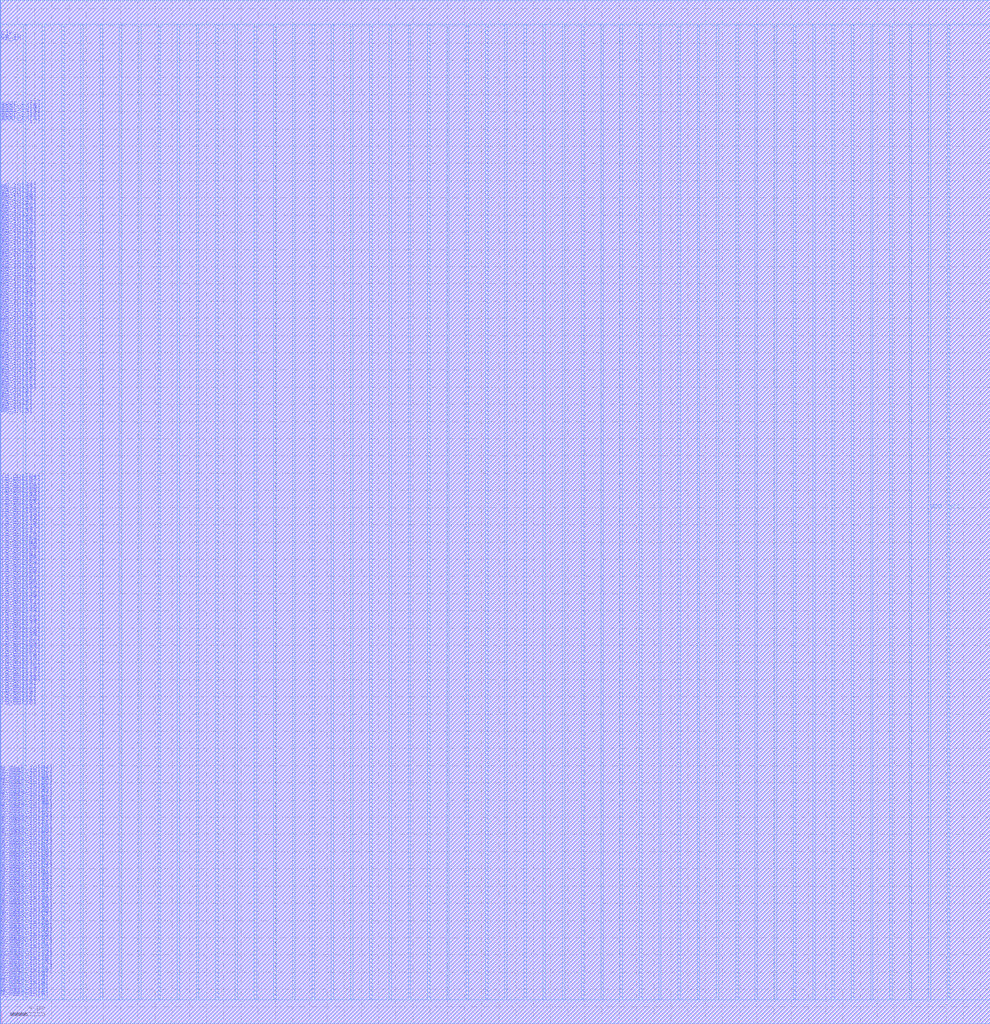
<source format=lef>
VERSION 5.7 ;
BUSBITCHARS "[]" ;
MACRO fakeram45_256x95
  FOREIGN fakeram45_256x95 0 0 ;
  SYMMETRY X Y R90 ;
  SIZE 0.19 BY 1.4 ;
  CLASS BLOCK ;
  PIN w_mask_in[0]
    DIRECTION INPUT ;
    USE SIGNAL ;
    SHAPE ABUTMENT ;
    PORT
      LAYER metal3 ;
      RECT 0.000 2.800 0.070 2.870 ;
    END
  END w_mask_in[0]
  PIN w_mask_in[1]
    DIRECTION INPUT ;
    USE SIGNAL ;
    SHAPE ABUTMENT ;
    PORT
      LAYER metal3 ;
      RECT 0.000 3.080 0.070 3.150 ;
    END
  END w_mask_in[1]
  PIN w_mask_in[2]
    DIRECTION INPUT ;
    USE SIGNAL ;
    SHAPE ABUTMENT ;
    PORT
      LAYER metal3 ;
      RECT 0.000 3.360 0.070 3.430 ;
    END
  END w_mask_in[2]
  PIN w_mask_in[3]
    DIRECTION INPUT ;
    USE SIGNAL ;
    SHAPE ABUTMENT ;
    PORT
      LAYER metal3 ;
      RECT 0.000 3.640 0.070 3.710 ;
    END
  END w_mask_in[3]
  PIN w_mask_in[4]
    DIRECTION INPUT ;
    USE SIGNAL ;
    SHAPE ABUTMENT ;
    PORT
      LAYER metal3 ;
      RECT 0.000 3.920 0.070 3.990 ;
    END
  END w_mask_in[4]
  PIN w_mask_in[5]
    DIRECTION INPUT ;
    USE SIGNAL ;
    SHAPE ABUTMENT ;
    PORT
      LAYER metal3 ;
      RECT 0.000 4.200 0.070 4.270 ;
    END
  END w_mask_in[5]
  PIN w_mask_in[6]
    DIRECTION INPUT ;
    USE SIGNAL ;
    SHAPE ABUTMENT ;
    PORT
      LAYER metal3 ;
      RECT 0.000 4.480 0.070 4.550 ;
    END
  END w_mask_in[6]
  PIN w_mask_in[7]
    DIRECTION INPUT ;
    USE SIGNAL ;
    SHAPE ABUTMENT ;
    PORT
      LAYER metal3 ;
      RECT 0.000 4.760 0.070 4.830 ;
    END
  END w_mask_in[7]
  PIN w_mask_in[8]
    DIRECTION INPUT ;
    USE SIGNAL ;
    SHAPE ABUTMENT ;
    PORT
      LAYER metal3 ;
      RECT 0.000 5.040 0.070 5.110 ;
    END
  END w_mask_in[8]
  PIN w_mask_in[9]
    DIRECTION INPUT ;
    USE SIGNAL ;
    SHAPE ABUTMENT ;
    PORT
      LAYER metal3 ;
      RECT 0.000 5.320 0.070 5.390 ;
    END
  END w_mask_in[9]
  PIN w_mask_in[10]
    DIRECTION INPUT ;
    USE SIGNAL ;
    SHAPE ABUTMENT ;
    PORT
      LAYER metal3 ;
      RECT 0.000 5.600 0.070 5.670 ;
    END
  END w_mask_in[10]
  PIN w_mask_in[11]
    DIRECTION INPUT ;
    USE SIGNAL ;
    SHAPE ABUTMENT ;
    PORT
      LAYER metal3 ;
      RECT 0.000 5.880 0.070 5.950 ;
    END
  END w_mask_in[11]
  PIN w_mask_in[12]
    DIRECTION INPUT ;
    USE SIGNAL ;
    SHAPE ABUTMENT ;
    PORT
      LAYER metal3 ;
      RECT 0.000 6.160 0.070 6.230 ;
    END
  END w_mask_in[12]
  PIN w_mask_in[13]
    DIRECTION INPUT ;
    USE SIGNAL ;
    SHAPE ABUTMENT ;
    PORT
      LAYER metal3 ;
      RECT 0.000 6.440 0.070 6.510 ;
    END
  END w_mask_in[13]
  PIN w_mask_in[14]
    DIRECTION INPUT ;
    USE SIGNAL ;
    SHAPE ABUTMENT ;
    PORT
      LAYER metal3 ;
      RECT 0.000 6.720 0.070 6.790 ;
    END
  END w_mask_in[14]
  PIN w_mask_in[15]
    DIRECTION INPUT ;
    USE SIGNAL ;
    SHAPE ABUTMENT ;
    PORT
      LAYER metal3 ;
      RECT 0.000 7.000 0.070 7.070 ;
    END
  END w_mask_in[15]
  PIN w_mask_in[16]
    DIRECTION INPUT ;
    USE SIGNAL ;
    SHAPE ABUTMENT ;
    PORT
      LAYER metal3 ;
      RECT 0.000 7.280 0.070 7.350 ;
    END
  END w_mask_in[16]
  PIN w_mask_in[17]
    DIRECTION INPUT ;
    USE SIGNAL ;
    SHAPE ABUTMENT ;
    PORT
      LAYER metal3 ;
      RECT 0.000 7.560 0.070 7.630 ;
    END
  END w_mask_in[17]
  PIN w_mask_in[18]
    DIRECTION INPUT ;
    USE SIGNAL ;
    SHAPE ABUTMENT ;
    PORT
      LAYER metal3 ;
      RECT 0.000 7.840 0.070 7.910 ;
    END
  END w_mask_in[18]
  PIN w_mask_in[19]
    DIRECTION INPUT ;
    USE SIGNAL ;
    SHAPE ABUTMENT ;
    PORT
      LAYER metal3 ;
      RECT 0.000 8.120 0.070 8.190 ;
    END
  END w_mask_in[19]
  PIN w_mask_in[20]
    DIRECTION INPUT ;
    USE SIGNAL ;
    SHAPE ABUTMENT ;
    PORT
      LAYER metal3 ;
      RECT 0.000 8.400 0.070 8.470 ;
    END
  END w_mask_in[20]
  PIN w_mask_in[21]
    DIRECTION INPUT ;
    USE SIGNAL ;
    SHAPE ABUTMENT ;
    PORT
      LAYER metal3 ;
      RECT 0.000 8.680 0.070 8.750 ;
    END
  END w_mask_in[21]
  PIN w_mask_in[22]
    DIRECTION INPUT ;
    USE SIGNAL ;
    SHAPE ABUTMENT ;
    PORT
      LAYER metal3 ;
      RECT 0.000 8.960 0.070 9.030 ;
    END
  END w_mask_in[22]
  PIN w_mask_in[23]
    DIRECTION INPUT ;
    USE SIGNAL ;
    SHAPE ABUTMENT ;
    PORT
      LAYER metal3 ;
      RECT 0.000 9.240 0.070 9.310 ;
    END
  END w_mask_in[23]
  PIN w_mask_in[24]
    DIRECTION INPUT ;
    USE SIGNAL ;
    SHAPE ABUTMENT ;
    PORT
      LAYER metal3 ;
      RECT 0.000 9.520 0.070 9.590 ;
    END
  END w_mask_in[24]
  PIN w_mask_in[25]
    DIRECTION INPUT ;
    USE SIGNAL ;
    SHAPE ABUTMENT ;
    PORT
      LAYER metal3 ;
      RECT 0.000 9.800 0.070 9.870 ;
    END
  END w_mask_in[25]
  PIN w_mask_in[26]
    DIRECTION INPUT ;
    USE SIGNAL ;
    SHAPE ABUTMENT ;
    PORT
      LAYER metal3 ;
      RECT 0.000 10.080 0.070 10.150 ;
    END
  END w_mask_in[26]
  PIN w_mask_in[27]
    DIRECTION INPUT ;
    USE SIGNAL ;
    SHAPE ABUTMENT ;
    PORT
      LAYER metal3 ;
      RECT 0.000 10.360 0.070 10.430 ;
    END
  END w_mask_in[27]
  PIN w_mask_in[28]
    DIRECTION INPUT ;
    USE SIGNAL ;
    SHAPE ABUTMENT ;
    PORT
      LAYER metal3 ;
      RECT 0.000 10.640 0.070 10.710 ;
    END
  END w_mask_in[28]
  PIN w_mask_in[29]
    DIRECTION INPUT ;
    USE SIGNAL ;
    SHAPE ABUTMENT ;
    PORT
      LAYER metal3 ;
      RECT 0.000 10.920 0.070 10.990 ;
    END
  END w_mask_in[29]
  PIN w_mask_in[30]
    DIRECTION INPUT ;
    USE SIGNAL ;
    SHAPE ABUTMENT ;
    PORT
      LAYER metal3 ;
      RECT 0.000 11.200 0.070 11.270 ;
    END
  END w_mask_in[30]
  PIN w_mask_in[31]
    DIRECTION INPUT ;
    USE SIGNAL ;
    SHAPE ABUTMENT ;
    PORT
      LAYER metal3 ;
      RECT 0.000 11.480 0.070 11.550 ;
    END
  END w_mask_in[31]
  PIN w_mask_in[32]
    DIRECTION INPUT ;
    USE SIGNAL ;
    SHAPE ABUTMENT ;
    PORT
      LAYER metal3 ;
      RECT 0.000 11.760 0.070 11.830 ;
    END
  END w_mask_in[32]
  PIN w_mask_in[33]
    DIRECTION INPUT ;
    USE SIGNAL ;
    SHAPE ABUTMENT ;
    PORT
      LAYER metal3 ;
      RECT 0.000 12.040 0.070 12.110 ;
    END
  END w_mask_in[33]
  PIN w_mask_in[34]
    DIRECTION INPUT ;
    USE SIGNAL ;
    SHAPE ABUTMENT ;
    PORT
      LAYER metal3 ;
      RECT 0.000 12.320 0.070 12.390 ;
    END
  END w_mask_in[34]
  PIN w_mask_in[35]
    DIRECTION INPUT ;
    USE SIGNAL ;
    SHAPE ABUTMENT ;
    PORT
      LAYER metal3 ;
      RECT 0.000 12.600 0.070 12.670 ;
    END
  END w_mask_in[35]
  PIN w_mask_in[36]
    DIRECTION INPUT ;
    USE SIGNAL ;
    SHAPE ABUTMENT ;
    PORT
      LAYER metal3 ;
      RECT 0.000 12.880 0.070 12.950 ;
    END
  END w_mask_in[36]
  PIN w_mask_in[37]
    DIRECTION INPUT ;
    USE SIGNAL ;
    SHAPE ABUTMENT ;
    PORT
      LAYER metal3 ;
      RECT 0.000 13.160 0.070 13.230 ;
    END
  END w_mask_in[37]
  PIN w_mask_in[38]
    DIRECTION INPUT ;
    USE SIGNAL ;
    SHAPE ABUTMENT ;
    PORT
      LAYER metal3 ;
      RECT 0.000 13.440 0.070 13.510 ;
    END
  END w_mask_in[38]
  PIN w_mask_in[39]
    DIRECTION INPUT ;
    USE SIGNAL ;
    SHAPE ABUTMENT ;
    PORT
      LAYER metal3 ;
      RECT 0.000 13.720 0.070 13.790 ;
    END
  END w_mask_in[39]
  PIN w_mask_in[40]
    DIRECTION INPUT ;
    USE SIGNAL ;
    SHAPE ABUTMENT ;
    PORT
      LAYER metal3 ;
      RECT 0.000 14.000 0.070 14.070 ;
    END
  END w_mask_in[40]
  PIN w_mask_in[41]
    DIRECTION INPUT ;
    USE SIGNAL ;
    SHAPE ABUTMENT ;
    PORT
      LAYER metal3 ;
      RECT 0.000 14.280 0.070 14.350 ;
    END
  END w_mask_in[41]
  PIN w_mask_in[42]
    DIRECTION INPUT ;
    USE SIGNAL ;
    SHAPE ABUTMENT ;
    PORT
      LAYER metal3 ;
      RECT 0.000 14.560 0.070 14.630 ;
    END
  END w_mask_in[42]
  PIN w_mask_in[43]
    DIRECTION INPUT ;
    USE SIGNAL ;
    SHAPE ABUTMENT ;
    PORT
      LAYER metal3 ;
      RECT 0.000 14.840 0.070 14.910 ;
    END
  END w_mask_in[43]
  PIN w_mask_in[44]
    DIRECTION INPUT ;
    USE SIGNAL ;
    SHAPE ABUTMENT ;
    PORT
      LAYER metal3 ;
      RECT 0.000 15.120 0.070 15.190 ;
    END
  END w_mask_in[44]
  PIN w_mask_in[45]
    DIRECTION INPUT ;
    USE SIGNAL ;
    SHAPE ABUTMENT ;
    PORT
      LAYER metal3 ;
      RECT 0.000 15.400 0.070 15.470 ;
    END
  END w_mask_in[45]
  PIN w_mask_in[46]
    DIRECTION INPUT ;
    USE SIGNAL ;
    SHAPE ABUTMENT ;
    PORT
      LAYER metal3 ;
      RECT 0.000 15.680 0.070 15.750 ;
    END
  END w_mask_in[46]
  PIN w_mask_in[47]
    DIRECTION INPUT ;
    USE SIGNAL ;
    SHAPE ABUTMENT ;
    PORT
      LAYER metal3 ;
      RECT 0.000 15.960 0.070 16.030 ;
    END
  END w_mask_in[47]
  PIN w_mask_in[48]
    DIRECTION INPUT ;
    USE SIGNAL ;
    SHAPE ABUTMENT ;
    PORT
      LAYER metal3 ;
      RECT 0.000 16.240 0.070 16.310 ;
    END
  END w_mask_in[48]
  PIN w_mask_in[49]
    DIRECTION INPUT ;
    USE SIGNAL ;
    SHAPE ABUTMENT ;
    PORT
      LAYER metal3 ;
      RECT 0.000 16.520 0.070 16.590 ;
    END
  END w_mask_in[49]
  PIN w_mask_in[50]
    DIRECTION INPUT ;
    USE SIGNAL ;
    SHAPE ABUTMENT ;
    PORT
      LAYER metal3 ;
      RECT 0.000 16.800 0.070 16.870 ;
    END
  END w_mask_in[50]
  PIN w_mask_in[51]
    DIRECTION INPUT ;
    USE SIGNAL ;
    SHAPE ABUTMENT ;
    PORT
      LAYER metal3 ;
      RECT 0.000 17.080 0.070 17.150 ;
    END
  END w_mask_in[51]
  PIN w_mask_in[52]
    DIRECTION INPUT ;
    USE SIGNAL ;
    SHAPE ABUTMENT ;
    PORT
      LAYER metal3 ;
      RECT 0.000 17.360 0.070 17.430 ;
    END
  END w_mask_in[52]
  PIN w_mask_in[53]
    DIRECTION INPUT ;
    USE SIGNAL ;
    SHAPE ABUTMENT ;
    PORT
      LAYER metal3 ;
      RECT 0.000 17.640 0.070 17.710 ;
    END
  END w_mask_in[53]
  PIN w_mask_in[54]
    DIRECTION INPUT ;
    USE SIGNAL ;
    SHAPE ABUTMENT ;
    PORT
      LAYER metal3 ;
      RECT 0.000 17.920 0.070 17.990 ;
    END
  END w_mask_in[54]
  PIN w_mask_in[55]
    DIRECTION INPUT ;
    USE SIGNAL ;
    SHAPE ABUTMENT ;
    PORT
      LAYER metal3 ;
      RECT 0.000 18.200 0.070 18.270 ;
    END
  END w_mask_in[55]
  PIN w_mask_in[56]
    DIRECTION INPUT ;
    USE SIGNAL ;
    SHAPE ABUTMENT ;
    PORT
      LAYER metal3 ;
      RECT 0.000 18.480 0.070 18.550 ;
    END
  END w_mask_in[56]
  PIN w_mask_in[57]
    DIRECTION INPUT ;
    USE SIGNAL ;
    SHAPE ABUTMENT ;
    PORT
      LAYER metal3 ;
      RECT 0.000 18.760 0.070 18.830 ;
    END
  END w_mask_in[57]
  PIN w_mask_in[58]
    DIRECTION INPUT ;
    USE SIGNAL ;
    SHAPE ABUTMENT ;
    PORT
      LAYER metal3 ;
      RECT 0.000 19.040 0.070 19.110 ;
    END
  END w_mask_in[58]
  PIN w_mask_in[59]
    DIRECTION INPUT ;
    USE SIGNAL ;
    SHAPE ABUTMENT ;
    PORT
      LAYER metal3 ;
      RECT 0.000 19.320 0.070 19.390 ;
    END
  END w_mask_in[59]
  PIN w_mask_in[60]
    DIRECTION INPUT ;
    USE SIGNAL ;
    SHAPE ABUTMENT ;
    PORT
      LAYER metal3 ;
      RECT 0.000 19.600 0.070 19.670 ;
    END
  END w_mask_in[60]
  PIN w_mask_in[61]
    DIRECTION INPUT ;
    USE SIGNAL ;
    SHAPE ABUTMENT ;
    PORT
      LAYER metal3 ;
      RECT 0.000 19.880 0.070 19.950 ;
    END
  END w_mask_in[61]
  PIN w_mask_in[62]
    DIRECTION INPUT ;
    USE SIGNAL ;
    SHAPE ABUTMENT ;
    PORT
      LAYER metal3 ;
      RECT 0.000 20.160 0.070 20.230 ;
    END
  END w_mask_in[62]
  PIN w_mask_in[63]
    DIRECTION INPUT ;
    USE SIGNAL ;
    SHAPE ABUTMENT ;
    PORT
      LAYER metal3 ;
      RECT 0.000 20.440 0.070 20.510 ;
    END
  END w_mask_in[63]
  PIN w_mask_in[64]
    DIRECTION INPUT ;
    USE SIGNAL ;
    SHAPE ABUTMENT ;
    PORT
      LAYER metal3 ;
      RECT 0.000 20.720 0.070 20.790 ;
    END
  END w_mask_in[64]
  PIN w_mask_in[65]
    DIRECTION INPUT ;
    USE SIGNAL ;
    SHAPE ABUTMENT ;
    PORT
      LAYER metal3 ;
      RECT 0.000 21.000 0.070 21.070 ;
    END
  END w_mask_in[65]
  PIN w_mask_in[66]
    DIRECTION INPUT ;
    USE SIGNAL ;
    SHAPE ABUTMENT ;
    PORT
      LAYER metal3 ;
      RECT 0.000 21.280 0.070 21.350 ;
    END
  END w_mask_in[66]
  PIN w_mask_in[67]
    DIRECTION INPUT ;
    USE SIGNAL ;
    SHAPE ABUTMENT ;
    PORT
      LAYER metal3 ;
      RECT 0.000 21.560 0.070 21.630 ;
    END
  END w_mask_in[67]
  PIN w_mask_in[68]
    DIRECTION INPUT ;
    USE SIGNAL ;
    SHAPE ABUTMENT ;
    PORT
      LAYER metal3 ;
      RECT 0.000 21.840 0.070 21.910 ;
    END
  END w_mask_in[68]
  PIN w_mask_in[69]
    DIRECTION INPUT ;
    USE SIGNAL ;
    SHAPE ABUTMENT ;
    PORT
      LAYER metal3 ;
      RECT 0.000 22.120 0.070 22.190 ;
    END
  END w_mask_in[69]
  PIN w_mask_in[70]
    DIRECTION INPUT ;
    USE SIGNAL ;
    SHAPE ABUTMENT ;
    PORT
      LAYER metal3 ;
      RECT 0.000 22.400 0.070 22.470 ;
    END
  END w_mask_in[70]
  PIN w_mask_in[71]
    DIRECTION INPUT ;
    USE SIGNAL ;
    SHAPE ABUTMENT ;
    PORT
      LAYER metal3 ;
      RECT 0.000 22.680 0.070 22.750 ;
    END
  END w_mask_in[71]
  PIN w_mask_in[72]
    DIRECTION INPUT ;
    USE SIGNAL ;
    SHAPE ABUTMENT ;
    PORT
      LAYER metal3 ;
      RECT 0.000 22.960 0.070 23.030 ;
    END
  END w_mask_in[72]
  PIN w_mask_in[73]
    DIRECTION INPUT ;
    USE SIGNAL ;
    SHAPE ABUTMENT ;
    PORT
      LAYER metal3 ;
      RECT 0.000 23.240 0.070 23.310 ;
    END
  END w_mask_in[73]
  PIN w_mask_in[74]
    DIRECTION INPUT ;
    USE SIGNAL ;
    SHAPE ABUTMENT ;
    PORT
      LAYER metal3 ;
      RECT 0.000 23.520 0.070 23.590 ;
    END
  END w_mask_in[74]
  PIN w_mask_in[75]
    DIRECTION INPUT ;
    USE SIGNAL ;
    SHAPE ABUTMENT ;
    PORT
      LAYER metal3 ;
      RECT 0.000 23.800 0.070 23.870 ;
    END
  END w_mask_in[75]
  PIN w_mask_in[76]
    DIRECTION INPUT ;
    USE SIGNAL ;
    SHAPE ABUTMENT ;
    PORT
      LAYER metal3 ;
      RECT 0.000 24.080 0.070 24.150 ;
    END
  END w_mask_in[76]
  PIN w_mask_in[77]
    DIRECTION INPUT ;
    USE SIGNAL ;
    SHAPE ABUTMENT ;
    PORT
      LAYER metal3 ;
      RECT 0.000 24.360 0.070 24.430 ;
    END
  END w_mask_in[77]
  PIN w_mask_in[78]
    DIRECTION INPUT ;
    USE SIGNAL ;
    SHAPE ABUTMENT ;
    PORT
      LAYER metal3 ;
      RECT 0.000 24.640 0.070 24.710 ;
    END
  END w_mask_in[78]
  PIN w_mask_in[79]
    DIRECTION INPUT ;
    USE SIGNAL ;
    SHAPE ABUTMENT ;
    PORT
      LAYER metal3 ;
      RECT 0.000 24.920 0.070 24.990 ;
    END
  END w_mask_in[79]
  PIN w_mask_in[80]
    DIRECTION INPUT ;
    USE SIGNAL ;
    SHAPE ABUTMENT ;
    PORT
      LAYER metal3 ;
      RECT 0.000 25.200 0.070 25.270 ;
    END
  END w_mask_in[80]
  PIN w_mask_in[81]
    DIRECTION INPUT ;
    USE SIGNAL ;
    SHAPE ABUTMENT ;
    PORT
      LAYER metal3 ;
      RECT 0.000 25.480 0.070 25.550 ;
    END
  END w_mask_in[81]
  PIN w_mask_in[82]
    DIRECTION INPUT ;
    USE SIGNAL ;
    SHAPE ABUTMENT ;
    PORT
      LAYER metal3 ;
      RECT 0.000 25.760 0.070 25.830 ;
    END
  END w_mask_in[82]
  PIN w_mask_in[83]
    DIRECTION INPUT ;
    USE SIGNAL ;
    SHAPE ABUTMENT ;
    PORT
      LAYER metal3 ;
      RECT 0.000 26.040 0.070 26.110 ;
    END
  END w_mask_in[83]
  PIN w_mask_in[84]
    DIRECTION INPUT ;
    USE SIGNAL ;
    SHAPE ABUTMENT ;
    PORT
      LAYER metal3 ;
      RECT 0.000 26.320 0.070 26.390 ;
    END
  END w_mask_in[84]
  PIN w_mask_in[85]
    DIRECTION INPUT ;
    USE SIGNAL ;
    SHAPE ABUTMENT ;
    PORT
      LAYER metal3 ;
      RECT 0.000 26.600 0.070 26.670 ;
    END
  END w_mask_in[85]
  PIN w_mask_in[86]
    DIRECTION INPUT ;
    USE SIGNAL ;
    SHAPE ABUTMENT ;
    PORT
      LAYER metal3 ;
      RECT 0.000 26.880 0.070 26.950 ;
    END
  END w_mask_in[86]
  PIN w_mask_in[87]
    DIRECTION INPUT ;
    USE SIGNAL ;
    SHAPE ABUTMENT ;
    PORT
      LAYER metal3 ;
      RECT 0.000 27.160 0.070 27.230 ;
    END
  END w_mask_in[87]
  PIN w_mask_in[88]
    DIRECTION INPUT ;
    USE SIGNAL ;
    SHAPE ABUTMENT ;
    PORT
      LAYER metal3 ;
      RECT 0.000 27.440 0.070 27.510 ;
    END
  END w_mask_in[88]
  PIN w_mask_in[89]
    DIRECTION INPUT ;
    USE SIGNAL ;
    SHAPE ABUTMENT ;
    PORT
      LAYER metal3 ;
      RECT 0.000 27.720 0.070 27.790 ;
    END
  END w_mask_in[89]
  PIN w_mask_in[90]
    DIRECTION INPUT ;
    USE SIGNAL ;
    SHAPE ABUTMENT ;
    PORT
      LAYER metal3 ;
      RECT 0.000 28.000 0.070 28.070 ;
    END
  END w_mask_in[90]
  PIN w_mask_in[91]
    DIRECTION INPUT ;
    USE SIGNAL ;
    SHAPE ABUTMENT ;
    PORT
      LAYER metal3 ;
      RECT 0.000 28.280 0.070 28.350 ;
    END
  END w_mask_in[91]
  PIN w_mask_in[92]
    DIRECTION INPUT ;
    USE SIGNAL ;
    SHAPE ABUTMENT ;
    PORT
      LAYER metal3 ;
      RECT 0.000 28.560 0.070 28.630 ;
    END
  END w_mask_in[92]
  PIN w_mask_in[93]
    DIRECTION INPUT ;
    USE SIGNAL ;
    SHAPE ABUTMENT ;
    PORT
      LAYER metal3 ;
      RECT 0.000 28.840 0.070 28.910 ;
    END
  END w_mask_in[93]
  PIN w_mask_in[94]
    DIRECTION INPUT ;
    USE SIGNAL ;
    SHAPE ABUTMENT ;
    PORT
      LAYER metal3 ;
      RECT 0.000 29.120 0.070 29.190 ;
    END
  END w_mask_in[94]
  PIN rd_out[0]
    DIRECTION OUTPUT ;
    USE SIGNAL ;
    SHAPE ABUTMENT ;
    PORT
      LAYER metal3 ;
      RECT 0.000 36.680 0.070 36.750 ;
    END
  END rd_out[0]
  PIN rd_out[1]
    DIRECTION OUTPUT ;
    USE SIGNAL ;
    SHAPE ABUTMENT ;
    PORT
      LAYER metal3 ;
      RECT 0.000 36.960 0.070 37.030 ;
    END
  END rd_out[1]
  PIN rd_out[2]
    DIRECTION OUTPUT ;
    USE SIGNAL ;
    SHAPE ABUTMENT ;
    PORT
      LAYER metal3 ;
      RECT 0.000 37.240 0.070 37.310 ;
    END
  END rd_out[2]
  PIN rd_out[3]
    DIRECTION OUTPUT ;
    USE SIGNAL ;
    SHAPE ABUTMENT ;
    PORT
      LAYER metal3 ;
      RECT 0.000 37.520 0.070 37.590 ;
    END
  END rd_out[3]
  PIN rd_out[4]
    DIRECTION OUTPUT ;
    USE SIGNAL ;
    SHAPE ABUTMENT ;
    PORT
      LAYER metal3 ;
      RECT 0.000 37.800 0.070 37.870 ;
    END
  END rd_out[4]
  PIN rd_out[5]
    DIRECTION OUTPUT ;
    USE SIGNAL ;
    SHAPE ABUTMENT ;
    PORT
      LAYER metal3 ;
      RECT 0.000 38.080 0.070 38.150 ;
    END
  END rd_out[5]
  PIN rd_out[6]
    DIRECTION OUTPUT ;
    USE SIGNAL ;
    SHAPE ABUTMENT ;
    PORT
      LAYER metal3 ;
      RECT 0.000 38.360 0.070 38.430 ;
    END
  END rd_out[6]
  PIN rd_out[7]
    DIRECTION OUTPUT ;
    USE SIGNAL ;
    SHAPE ABUTMENT ;
    PORT
      LAYER metal3 ;
      RECT 0.000 38.640 0.070 38.710 ;
    END
  END rd_out[7]
  PIN rd_out[8]
    DIRECTION OUTPUT ;
    USE SIGNAL ;
    SHAPE ABUTMENT ;
    PORT
      LAYER metal3 ;
      RECT 0.000 38.920 0.070 38.990 ;
    END
  END rd_out[8]
  PIN rd_out[9]
    DIRECTION OUTPUT ;
    USE SIGNAL ;
    SHAPE ABUTMENT ;
    PORT
      LAYER metal3 ;
      RECT 0.000 39.200 0.070 39.270 ;
    END
  END rd_out[9]
  PIN rd_out[10]
    DIRECTION OUTPUT ;
    USE SIGNAL ;
    SHAPE ABUTMENT ;
    PORT
      LAYER metal3 ;
      RECT 0.000 39.480 0.070 39.550 ;
    END
  END rd_out[10]
  PIN rd_out[11]
    DIRECTION OUTPUT ;
    USE SIGNAL ;
    SHAPE ABUTMENT ;
    PORT
      LAYER metal3 ;
      RECT 0.000 39.760 0.070 39.830 ;
    END
  END rd_out[11]
  PIN rd_out[12]
    DIRECTION OUTPUT ;
    USE SIGNAL ;
    SHAPE ABUTMENT ;
    PORT
      LAYER metal3 ;
      RECT 0.000 40.040 0.070 40.110 ;
    END
  END rd_out[12]
  PIN rd_out[13]
    DIRECTION OUTPUT ;
    USE SIGNAL ;
    SHAPE ABUTMENT ;
    PORT
      LAYER metal3 ;
      RECT 0.000 40.320 0.070 40.390 ;
    END
  END rd_out[13]
  PIN rd_out[14]
    DIRECTION OUTPUT ;
    USE SIGNAL ;
    SHAPE ABUTMENT ;
    PORT
      LAYER metal3 ;
      RECT 0.000 40.600 0.070 40.670 ;
    END
  END rd_out[14]
  PIN rd_out[15]
    DIRECTION OUTPUT ;
    USE SIGNAL ;
    SHAPE ABUTMENT ;
    PORT
      LAYER metal3 ;
      RECT 0.000 40.880 0.070 40.950 ;
    END
  END rd_out[15]
  PIN rd_out[16]
    DIRECTION OUTPUT ;
    USE SIGNAL ;
    SHAPE ABUTMENT ;
    PORT
      LAYER metal3 ;
      RECT 0.000 41.160 0.070 41.230 ;
    END
  END rd_out[16]
  PIN rd_out[17]
    DIRECTION OUTPUT ;
    USE SIGNAL ;
    SHAPE ABUTMENT ;
    PORT
      LAYER metal3 ;
      RECT 0.000 41.440 0.070 41.510 ;
    END
  END rd_out[17]
  PIN rd_out[18]
    DIRECTION OUTPUT ;
    USE SIGNAL ;
    SHAPE ABUTMENT ;
    PORT
      LAYER metal3 ;
      RECT 0.000 41.720 0.070 41.790 ;
    END
  END rd_out[18]
  PIN rd_out[19]
    DIRECTION OUTPUT ;
    USE SIGNAL ;
    SHAPE ABUTMENT ;
    PORT
      LAYER metal3 ;
      RECT 0.000 42.000 0.070 42.070 ;
    END
  END rd_out[19]
  PIN rd_out[20]
    DIRECTION OUTPUT ;
    USE SIGNAL ;
    SHAPE ABUTMENT ;
    PORT
      LAYER metal3 ;
      RECT 0.000 42.280 0.070 42.350 ;
    END
  END rd_out[20]
  PIN rd_out[21]
    DIRECTION OUTPUT ;
    USE SIGNAL ;
    SHAPE ABUTMENT ;
    PORT
      LAYER metal3 ;
      RECT 0.000 42.560 0.070 42.630 ;
    END
  END rd_out[21]
  PIN rd_out[22]
    DIRECTION OUTPUT ;
    USE SIGNAL ;
    SHAPE ABUTMENT ;
    PORT
      LAYER metal3 ;
      RECT 0.000 42.840 0.070 42.910 ;
    END
  END rd_out[22]
  PIN rd_out[23]
    DIRECTION OUTPUT ;
    USE SIGNAL ;
    SHAPE ABUTMENT ;
    PORT
      LAYER metal3 ;
      RECT 0.000 43.120 0.070 43.190 ;
    END
  END rd_out[23]
  PIN rd_out[24]
    DIRECTION OUTPUT ;
    USE SIGNAL ;
    SHAPE ABUTMENT ;
    PORT
      LAYER metal3 ;
      RECT 0.000 43.400 0.070 43.470 ;
    END
  END rd_out[24]
  PIN rd_out[25]
    DIRECTION OUTPUT ;
    USE SIGNAL ;
    SHAPE ABUTMENT ;
    PORT
      LAYER metal3 ;
      RECT 0.000 43.680 0.070 43.750 ;
    END
  END rd_out[25]
  PIN rd_out[26]
    DIRECTION OUTPUT ;
    USE SIGNAL ;
    SHAPE ABUTMENT ;
    PORT
      LAYER metal3 ;
      RECT 0.000 43.960 0.070 44.030 ;
    END
  END rd_out[26]
  PIN rd_out[27]
    DIRECTION OUTPUT ;
    USE SIGNAL ;
    SHAPE ABUTMENT ;
    PORT
      LAYER metal3 ;
      RECT 0.000 44.240 0.070 44.310 ;
    END
  END rd_out[27]
  PIN rd_out[28]
    DIRECTION OUTPUT ;
    USE SIGNAL ;
    SHAPE ABUTMENT ;
    PORT
      LAYER metal3 ;
      RECT 0.000 44.520 0.070 44.590 ;
    END
  END rd_out[28]
  PIN rd_out[29]
    DIRECTION OUTPUT ;
    USE SIGNAL ;
    SHAPE ABUTMENT ;
    PORT
      LAYER metal3 ;
      RECT 0.000 44.800 0.070 44.870 ;
    END
  END rd_out[29]
  PIN rd_out[30]
    DIRECTION OUTPUT ;
    USE SIGNAL ;
    SHAPE ABUTMENT ;
    PORT
      LAYER metal3 ;
      RECT 0.000 45.080 0.070 45.150 ;
    END
  END rd_out[30]
  PIN rd_out[31]
    DIRECTION OUTPUT ;
    USE SIGNAL ;
    SHAPE ABUTMENT ;
    PORT
      LAYER metal3 ;
      RECT 0.000 45.360 0.070 45.430 ;
    END
  END rd_out[31]
  PIN rd_out[32]
    DIRECTION OUTPUT ;
    USE SIGNAL ;
    SHAPE ABUTMENT ;
    PORT
      LAYER metal3 ;
      RECT 0.000 45.640 0.070 45.710 ;
    END
  END rd_out[32]
  PIN rd_out[33]
    DIRECTION OUTPUT ;
    USE SIGNAL ;
    SHAPE ABUTMENT ;
    PORT
      LAYER metal3 ;
      RECT 0.000 45.920 0.070 45.990 ;
    END
  END rd_out[33]
  PIN rd_out[34]
    DIRECTION OUTPUT ;
    USE SIGNAL ;
    SHAPE ABUTMENT ;
    PORT
      LAYER metal3 ;
      RECT 0.000 46.200 0.070 46.270 ;
    END
  END rd_out[34]
  PIN rd_out[35]
    DIRECTION OUTPUT ;
    USE SIGNAL ;
    SHAPE ABUTMENT ;
    PORT
      LAYER metal3 ;
      RECT 0.000 46.480 0.070 46.550 ;
    END
  END rd_out[35]
  PIN rd_out[36]
    DIRECTION OUTPUT ;
    USE SIGNAL ;
    SHAPE ABUTMENT ;
    PORT
      LAYER metal3 ;
      RECT 0.000 46.760 0.070 46.830 ;
    END
  END rd_out[36]
  PIN rd_out[37]
    DIRECTION OUTPUT ;
    USE SIGNAL ;
    SHAPE ABUTMENT ;
    PORT
      LAYER metal3 ;
      RECT 0.000 47.040 0.070 47.110 ;
    END
  END rd_out[37]
  PIN rd_out[38]
    DIRECTION OUTPUT ;
    USE SIGNAL ;
    SHAPE ABUTMENT ;
    PORT
      LAYER metal3 ;
      RECT 0.000 47.320 0.070 47.390 ;
    END
  END rd_out[38]
  PIN rd_out[39]
    DIRECTION OUTPUT ;
    USE SIGNAL ;
    SHAPE ABUTMENT ;
    PORT
      LAYER metal3 ;
      RECT 0.000 47.600 0.070 47.670 ;
    END
  END rd_out[39]
  PIN rd_out[40]
    DIRECTION OUTPUT ;
    USE SIGNAL ;
    SHAPE ABUTMENT ;
    PORT
      LAYER metal3 ;
      RECT 0.000 47.880 0.070 47.950 ;
    END
  END rd_out[40]
  PIN rd_out[41]
    DIRECTION OUTPUT ;
    USE SIGNAL ;
    SHAPE ABUTMENT ;
    PORT
      LAYER metal3 ;
      RECT 0.000 48.160 0.070 48.230 ;
    END
  END rd_out[41]
  PIN rd_out[42]
    DIRECTION OUTPUT ;
    USE SIGNAL ;
    SHAPE ABUTMENT ;
    PORT
      LAYER metal3 ;
      RECT 0.000 48.440 0.070 48.510 ;
    END
  END rd_out[42]
  PIN rd_out[43]
    DIRECTION OUTPUT ;
    USE SIGNAL ;
    SHAPE ABUTMENT ;
    PORT
      LAYER metal3 ;
      RECT 0.000 48.720 0.070 48.790 ;
    END
  END rd_out[43]
  PIN rd_out[44]
    DIRECTION OUTPUT ;
    USE SIGNAL ;
    SHAPE ABUTMENT ;
    PORT
      LAYER metal3 ;
      RECT 0.000 49.000 0.070 49.070 ;
    END
  END rd_out[44]
  PIN rd_out[45]
    DIRECTION OUTPUT ;
    USE SIGNAL ;
    SHAPE ABUTMENT ;
    PORT
      LAYER metal3 ;
      RECT 0.000 49.280 0.070 49.350 ;
    END
  END rd_out[45]
  PIN rd_out[46]
    DIRECTION OUTPUT ;
    USE SIGNAL ;
    SHAPE ABUTMENT ;
    PORT
      LAYER metal3 ;
      RECT 0.000 49.560 0.070 49.630 ;
    END
  END rd_out[46]
  PIN rd_out[47]
    DIRECTION OUTPUT ;
    USE SIGNAL ;
    SHAPE ABUTMENT ;
    PORT
      LAYER metal3 ;
      RECT 0.000 49.840 0.070 49.910 ;
    END
  END rd_out[47]
  PIN rd_out[48]
    DIRECTION OUTPUT ;
    USE SIGNAL ;
    SHAPE ABUTMENT ;
    PORT
      LAYER metal3 ;
      RECT 0.000 50.120 0.070 50.190 ;
    END
  END rd_out[48]
  PIN rd_out[49]
    DIRECTION OUTPUT ;
    USE SIGNAL ;
    SHAPE ABUTMENT ;
    PORT
      LAYER metal3 ;
      RECT 0.000 50.400 0.070 50.470 ;
    END
  END rd_out[49]
  PIN rd_out[50]
    DIRECTION OUTPUT ;
    USE SIGNAL ;
    SHAPE ABUTMENT ;
    PORT
      LAYER metal3 ;
      RECT 0.000 50.680 0.070 50.750 ;
    END
  END rd_out[50]
  PIN rd_out[51]
    DIRECTION OUTPUT ;
    USE SIGNAL ;
    SHAPE ABUTMENT ;
    PORT
      LAYER metal3 ;
      RECT 0.000 50.960 0.070 51.030 ;
    END
  END rd_out[51]
  PIN rd_out[52]
    DIRECTION OUTPUT ;
    USE SIGNAL ;
    SHAPE ABUTMENT ;
    PORT
      LAYER metal3 ;
      RECT 0.000 51.240 0.070 51.310 ;
    END
  END rd_out[52]
  PIN rd_out[53]
    DIRECTION OUTPUT ;
    USE SIGNAL ;
    SHAPE ABUTMENT ;
    PORT
      LAYER metal3 ;
      RECT 0.000 51.520 0.070 51.590 ;
    END
  END rd_out[53]
  PIN rd_out[54]
    DIRECTION OUTPUT ;
    USE SIGNAL ;
    SHAPE ABUTMENT ;
    PORT
      LAYER metal3 ;
      RECT 0.000 51.800 0.070 51.870 ;
    END
  END rd_out[54]
  PIN rd_out[55]
    DIRECTION OUTPUT ;
    USE SIGNAL ;
    SHAPE ABUTMENT ;
    PORT
      LAYER metal3 ;
      RECT 0.000 52.080 0.070 52.150 ;
    END
  END rd_out[55]
  PIN rd_out[56]
    DIRECTION OUTPUT ;
    USE SIGNAL ;
    SHAPE ABUTMENT ;
    PORT
      LAYER metal3 ;
      RECT 0.000 52.360 0.070 52.430 ;
    END
  END rd_out[56]
  PIN rd_out[57]
    DIRECTION OUTPUT ;
    USE SIGNAL ;
    SHAPE ABUTMENT ;
    PORT
      LAYER metal3 ;
      RECT 0.000 52.640 0.070 52.710 ;
    END
  END rd_out[57]
  PIN rd_out[58]
    DIRECTION OUTPUT ;
    USE SIGNAL ;
    SHAPE ABUTMENT ;
    PORT
      LAYER metal3 ;
      RECT 0.000 52.920 0.070 52.990 ;
    END
  END rd_out[58]
  PIN rd_out[59]
    DIRECTION OUTPUT ;
    USE SIGNAL ;
    SHAPE ABUTMENT ;
    PORT
      LAYER metal3 ;
      RECT 0.000 53.200 0.070 53.270 ;
    END
  END rd_out[59]
  PIN rd_out[60]
    DIRECTION OUTPUT ;
    USE SIGNAL ;
    SHAPE ABUTMENT ;
    PORT
      LAYER metal3 ;
      RECT 0.000 53.480 0.070 53.550 ;
    END
  END rd_out[60]
  PIN rd_out[61]
    DIRECTION OUTPUT ;
    USE SIGNAL ;
    SHAPE ABUTMENT ;
    PORT
      LAYER metal3 ;
      RECT 0.000 53.760 0.070 53.830 ;
    END
  END rd_out[61]
  PIN rd_out[62]
    DIRECTION OUTPUT ;
    USE SIGNAL ;
    SHAPE ABUTMENT ;
    PORT
      LAYER metal3 ;
      RECT 0.000 54.040 0.070 54.110 ;
    END
  END rd_out[62]
  PIN rd_out[63]
    DIRECTION OUTPUT ;
    USE SIGNAL ;
    SHAPE ABUTMENT ;
    PORT
      LAYER metal3 ;
      RECT 0.000 54.320 0.070 54.390 ;
    END
  END rd_out[63]
  PIN rd_out[64]
    DIRECTION OUTPUT ;
    USE SIGNAL ;
    SHAPE ABUTMENT ;
    PORT
      LAYER metal3 ;
      RECT 0.000 54.600 0.070 54.670 ;
    END
  END rd_out[64]
  PIN rd_out[65]
    DIRECTION OUTPUT ;
    USE SIGNAL ;
    SHAPE ABUTMENT ;
    PORT
      LAYER metal3 ;
      RECT 0.000 54.880 0.070 54.950 ;
    END
  END rd_out[65]
  PIN rd_out[66]
    DIRECTION OUTPUT ;
    USE SIGNAL ;
    SHAPE ABUTMENT ;
    PORT
      LAYER metal3 ;
      RECT 0.000 55.160 0.070 55.230 ;
    END
  END rd_out[66]
  PIN rd_out[67]
    DIRECTION OUTPUT ;
    USE SIGNAL ;
    SHAPE ABUTMENT ;
    PORT
      LAYER metal3 ;
      RECT 0.000 55.440 0.070 55.510 ;
    END
  END rd_out[67]
  PIN rd_out[68]
    DIRECTION OUTPUT ;
    USE SIGNAL ;
    SHAPE ABUTMENT ;
    PORT
      LAYER metal3 ;
      RECT 0.000 55.720 0.070 55.790 ;
    END
  END rd_out[68]
  PIN rd_out[69]
    DIRECTION OUTPUT ;
    USE SIGNAL ;
    SHAPE ABUTMENT ;
    PORT
      LAYER metal3 ;
      RECT 0.000 56.000 0.070 56.070 ;
    END
  END rd_out[69]
  PIN rd_out[70]
    DIRECTION OUTPUT ;
    USE SIGNAL ;
    SHAPE ABUTMENT ;
    PORT
      LAYER metal3 ;
      RECT 0.000 56.280 0.070 56.350 ;
    END
  END rd_out[70]
  PIN rd_out[71]
    DIRECTION OUTPUT ;
    USE SIGNAL ;
    SHAPE ABUTMENT ;
    PORT
      LAYER metal3 ;
      RECT 0.000 56.560 0.070 56.630 ;
    END
  END rd_out[71]
  PIN rd_out[72]
    DIRECTION OUTPUT ;
    USE SIGNAL ;
    SHAPE ABUTMENT ;
    PORT
      LAYER metal3 ;
      RECT 0.000 56.840 0.070 56.910 ;
    END
  END rd_out[72]
  PIN rd_out[73]
    DIRECTION OUTPUT ;
    USE SIGNAL ;
    SHAPE ABUTMENT ;
    PORT
      LAYER metal3 ;
      RECT 0.000 57.120 0.070 57.190 ;
    END
  END rd_out[73]
  PIN rd_out[74]
    DIRECTION OUTPUT ;
    USE SIGNAL ;
    SHAPE ABUTMENT ;
    PORT
      LAYER metal3 ;
      RECT 0.000 57.400 0.070 57.470 ;
    END
  END rd_out[74]
  PIN rd_out[75]
    DIRECTION OUTPUT ;
    USE SIGNAL ;
    SHAPE ABUTMENT ;
    PORT
      LAYER metal3 ;
      RECT 0.000 57.680 0.070 57.750 ;
    END
  END rd_out[75]
  PIN rd_out[76]
    DIRECTION OUTPUT ;
    USE SIGNAL ;
    SHAPE ABUTMENT ;
    PORT
      LAYER metal3 ;
      RECT 0.000 57.960 0.070 58.030 ;
    END
  END rd_out[76]
  PIN rd_out[77]
    DIRECTION OUTPUT ;
    USE SIGNAL ;
    SHAPE ABUTMENT ;
    PORT
      LAYER metal3 ;
      RECT 0.000 58.240 0.070 58.310 ;
    END
  END rd_out[77]
  PIN rd_out[78]
    DIRECTION OUTPUT ;
    USE SIGNAL ;
    SHAPE ABUTMENT ;
    PORT
      LAYER metal3 ;
      RECT 0.000 58.520 0.070 58.590 ;
    END
  END rd_out[78]
  PIN rd_out[79]
    DIRECTION OUTPUT ;
    USE SIGNAL ;
    SHAPE ABUTMENT ;
    PORT
      LAYER metal3 ;
      RECT 0.000 58.800 0.070 58.870 ;
    END
  END rd_out[79]
  PIN rd_out[80]
    DIRECTION OUTPUT ;
    USE SIGNAL ;
    SHAPE ABUTMENT ;
    PORT
      LAYER metal3 ;
      RECT 0.000 59.080 0.070 59.150 ;
    END
  END rd_out[80]
  PIN rd_out[81]
    DIRECTION OUTPUT ;
    USE SIGNAL ;
    SHAPE ABUTMENT ;
    PORT
      LAYER metal3 ;
      RECT 0.000 59.360 0.070 59.430 ;
    END
  END rd_out[81]
  PIN rd_out[82]
    DIRECTION OUTPUT ;
    USE SIGNAL ;
    SHAPE ABUTMENT ;
    PORT
      LAYER metal3 ;
      RECT 0.000 59.640 0.070 59.710 ;
    END
  END rd_out[82]
  PIN rd_out[83]
    DIRECTION OUTPUT ;
    USE SIGNAL ;
    SHAPE ABUTMENT ;
    PORT
      LAYER metal3 ;
      RECT 0.000 59.920 0.070 59.990 ;
    END
  END rd_out[83]
  PIN rd_out[84]
    DIRECTION OUTPUT ;
    USE SIGNAL ;
    SHAPE ABUTMENT ;
    PORT
      LAYER metal3 ;
      RECT 0.000 60.200 0.070 60.270 ;
    END
  END rd_out[84]
  PIN rd_out[85]
    DIRECTION OUTPUT ;
    USE SIGNAL ;
    SHAPE ABUTMENT ;
    PORT
      LAYER metal3 ;
      RECT 0.000 60.480 0.070 60.550 ;
    END
  END rd_out[85]
  PIN rd_out[86]
    DIRECTION OUTPUT ;
    USE SIGNAL ;
    SHAPE ABUTMENT ;
    PORT
      LAYER metal3 ;
      RECT 0.000 60.760 0.070 60.830 ;
    END
  END rd_out[86]
  PIN rd_out[87]
    DIRECTION OUTPUT ;
    USE SIGNAL ;
    SHAPE ABUTMENT ;
    PORT
      LAYER metal3 ;
      RECT 0.000 61.040 0.070 61.110 ;
    END
  END rd_out[87]
  PIN rd_out[88]
    DIRECTION OUTPUT ;
    USE SIGNAL ;
    SHAPE ABUTMENT ;
    PORT
      LAYER metal3 ;
      RECT 0.000 61.320 0.070 61.390 ;
    END
  END rd_out[88]
  PIN rd_out[89]
    DIRECTION OUTPUT ;
    USE SIGNAL ;
    SHAPE ABUTMENT ;
    PORT
      LAYER metal3 ;
      RECT 0.000 61.600 0.070 61.670 ;
    END
  END rd_out[89]
  PIN rd_out[90]
    DIRECTION OUTPUT ;
    USE SIGNAL ;
    SHAPE ABUTMENT ;
    PORT
      LAYER metal3 ;
      RECT 0.000 61.880 0.070 61.950 ;
    END
  END rd_out[90]
  PIN rd_out[91]
    DIRECTION OUTPUT ;
    USE SIGNAL ;
    SHAPE ABUTMENT ;
    PORT
      LAYER metal3 ;
      RECT 0.000 62.160 0.070 62.230 ;
    END
  END rd_out[91]
  PIN rd_out[92]
    DIRECTION OUTPUT ;
    USE SIGNAL ;
    SHAPE ABUTMENT ;
    PORT
      LAYER metal3 ;
      RECT 0.000 62.440 0.070 62.510 ;
    END
  END rd_out[92]
  PIN rd_out[93]
    DIRECTION OUTPUT ;
    USE SIGNAL ;
    SHAPE ABUTMENT ;
    PORT
      LAYER metal3 ;
      RECT 0.000 62.720 0.070 62.790 ;
    END
  END rd_out[93]
  PIN rd_out[94]
    DIRECTION OUTPUT ;
    USE SIGNAL ;
    SHAPE ABUTMENT ;
    PORT
      LAYER metal3 ;
      RECT 0.000 63.000 0.070 63.070 ;
    END
  END rd_out[94]
  PIN wd_in[0]
    DIRECTION INPUT ;
    USE SIGNAL ;
    SHAPE ABUTMENT ;
    PORT
      LAYER metal3 ;
      RECT 0.000 70.560 0.070 70.630 ;
    END
  END wd_in[0]
  PIN wd_in[1]
    DIRECTION INPUT ;
    USE SIGNAL ;
    SHAPE ABUTMENT ;
    PORT
      LAYER metal3 ;
      RECT 0.000 70.840 0.070 70.910 ;
    END
  END wd_in[1]
  PIN wd_in[2]
    DIRECTION INPUT ;
    USE SIGNAL ;
    SHAPE ABUTMENT ;
    PORT
      LAYER metal3 ;
      RECT 0.000 71.120 0.070 71.190 ;
    END
  END wd_in[2]
  PIN wd_in[3]
    DIRECTION INPUT ;
    USE SIGNAL ;
    SHAPE ABUTMENT ;
    PORT
      LAYER metal3 ;
      RECT 0.000 71.400 0.070 71.470 ;
    END
  END wd_in[3]
  PIN wd_in[4]
    DIRECTION INPUT ;
    USE SIGNAL ;
    SHAPE ABUTMENT ;
    PORT
      LAYER metal3 ;
      RECT 0.000 71.680 0.070 71.750 ;
    END
  END wd_in[4]
  PIN wd_in[5]
    DIRECTION INPUT ;
    USE SIGNAL ;
    SHAPE ABUTMENT ;
    PORT
      LAYER metal3 ;
      RECT 0.000 71.960 0.070 72.030 ;
    END
  END wd_in[5]
  PIN wd_in[6]
    DIRECTION INPUT ;
    USE SIGNAL ;
    SHAPE ABUTMENT ;
    PORT
      LAYER metal3 ;
      RECT 0.000 72.240 0.070 72.310 ;
    END
  END wd_in[6]
  PIN wd_in[7]
    DIRECTION INPUT ;
    USE SIGNAL ;
    SHAPE ABUTMENT ;
    PORT
      LAYER metal3 ;
      RECT 0.000 72.520 0.070 72.590 ;
    END
  END wd_in[7]
  PIN wd_in[8]
    DIRECTION INPUT ;
    USE SIGNAL ;
    SHAPE ABUTMENT ;
    PORT
      LAYER metal3 ;
      RECT 0.000 72.800 0.070 72.870 ;
    END
  END wd_in[8]
  PIN wd_in[9]
    DIRECTION INPUT ;
    USE SIGNAL ;
    SHAPE ABUTMENT ;
    PORT
      LAYER metal3 ;
      RECT 0.000 73.080 0.070 73.150 ;
    END
  END wd_in[9]
  PIN wd_in[10]
    DIRECTION INPUT ;
    USE SIGNAL ;
    SHAPE ABUTMENT ;
    PORT
      LAYER metal3 ;
      RECT 0.000 73.360 0.070 73.430 ;
    END
  END wd_in[10]
  PIN wd_in[11]
    DIRECTION INPUT ;
    USE SIGNAL ;
    SHAPE ABUTMENT ;
    PORT
      LAYER metal3 ;
      RECT 0.000 73.640 0.070 73.710 ;
    END
  END wd_in[11]
  PIN wd_in[12]
    DIRECTION INPUT ;
    USE SIGNAL ;
    SHAPE ABUTMENT ;
    PORT
      LAYER metal3 ;
      RECT 0.000 73.920 0.070 73.990 ;
    END
  END wd_in[12]
  PIN wd_in[13]
    DIRECTION INPUT ;
    USE SIGNAL ;
    SHAPE ABUTMENT ;
    PORT
      LAYER metal3 ;
      RECT 0.000 74.200 0.070 74.270 ;
    END
  END wd_in[13]
  PIN wd_in[14]
    DIRECTION INPUT ;
    USE SIGNAL ;
    SHAPE ABUTMENT ;
    PORT
      LAYER metal3 ;
      RECT 0.000 74.480 0.070 74.550 ;
    END
  END wd_in[14]
  PIN wd_in[15]
    DIRECTION INPUT ;
    USE SIGNAL ;
    SHAPE ABUTMENT ;
    PORT
      LAYER metal3 ;
      RECT 0.000 74.760 0.070 74.830 ;
    END
  END wd_in[15]
  PIN wd_in[16]
    DIRECTION INPUT ;
    USE SIGNAL ;
    SHAPE ABUTMENT ;
    PORT
      LAYER metal3 ;
      RECT 0.000 75.040 0.070 75.110 ;
    END
  END wd_in[16]
  PIN wd_in[17]
    DIRECTION INPUT ;
    USE SIGNAL ;
    SHAPE ABUTMENT ;
    PORT
      LAYER metal3 ;
      RECT 0.000 75.320 0.070 75.390 ;
    END
  END wd_in[17]
  PIN wd_in[18]
    DIRECTION INPUT ;
    USE SIGNAL ;
    SHAPE ABUTMENT ;
    PORT
      LAYER metal3 ;
      RECT 0.000 75.600 0.070 75.670 ;
    END
  END wd_in[18]
  PIN wd_in[19]
    DIRECTION INPUT ;
    USE SIGNAL ;
    SHAPE ABUTMENT ;
    PORT
      LAYER metal3 ;
      RECT 0.000 75.880 0.070 75.950 ;
    END
  END wd_in[19]
  PIN wd_in[20]
    DIRECTION INPUT ;
    USE SIGNAL ;
    SHAPE ABUTMENT ;
    PORT
      LAYER metal3 ;
      RECT 0.000 76.160 0.070 76.230 ;
    END
  END wd_in[20]
  PIN wd_in[21]
    DIRECTION INPUT ;
    USE SIGNAL ;
    SHAPE ABUTMENT ;
    PORT
      LAYER metal3 ;
      RECT 0.000 76.440 0.070 76.510 ;
    END
  END wd_in[21]
  PIN wd_in[22]
    DIRECTION INPUT ;
    USE SIGNAL ;
    SHAPE ABUTMENT ;
    PORT
      LAYER metal3 ;
      RECT 0.000 76.720 0.070 76.790 ;
    END
  END wd_in[22]
  PIN wd_in[23]
    DIRECTION INPUT ;
    USE SIGNAL ;
    SHAPE ABUTMENT ;
    PORT
      LAYER metal3 ;
      RECT 0.000 77.000 0.070 77.070 ;
    END
  END wd_in[23]
  PIN wd_in[24]
    DIRECTION INPUT ;
    USE SIGNAL ;
    SHAPE ABUTMENT ;
    PORT
      LAYER metal3 ;
      RECT 0.000 77.280 0.070 77.350 ;
    END
  END wd_in[24]
  PIN wd_in[25]
    DIRECTION INPUT ;
    USE SIGNAL ;
    SHAPE ABUTMENT ;
    PORT
      LAYER metal3 ;
      RECT 0.000 77.560 0.070 77.630 ;
    END
  END wd_in[25]
  PIN wd_in[26]
    DIRECTION INPUT ;
    USE SIGNAL ;
    SHAPE ABUTMENT ;
    PORT
      LAYER metal3 ;
      RECT 0.000 77.840 0.070 77.910 ;
    END
  END wd_in[26]
  PIN wd_in[27]
    DIRECTION INPUT ;
    USE SIGNAL ;
    SHAPE ABUTMENT ;
    PORT
      LAYER metal3 ;
      RECT 0.000 78.120 0.070 78.190 ;
    END
  END wd_in[27]
  PIN wd_in[28]
    DIRECTION INPUT ;
    USE SIGNAL ;
    SHAPE ABUTMENT ;
    PORT
      LAYER metal3 ;
      RECT 0.000 78.400 0.070 78.470 ;
    END
  END wd_in[28]
  PIN wd_in[29]
    DIRECTION INPUT ;
    USE SIGNAL ;
    SHAPE ABUTMENT ;
    PORT
      LAYER metal3 ;
      RECT 0.000 78.680 0.070 78.750 ;
    END
  END wd_in[29]
  PIN wd_in[30]
    DIRECTION INPUT ;
    USE SIGNAL ;
    SHAPE ABUTMENT ;
    PORT
      LAYER metal3 ;
      RECT 0.000 78.960 0.070 79.030 ;
    END
  END wd_in[30]
  PIN wd_in[31]
    DIRECTION INPUT ;
    USE SIGNAL ;
    SHAPE ABUTMENT ;
    PORT
      LAYER metal3 ;
      RECT 0.000 79.240 0.070 79.310 ;
    END
  END wd_in[31]
  PIN wd_in[32]
    DIRECTION INPUT ;
    USE SIGNAL ;
    SHAPE ABUTMENT ;
    PORT
      LAYER metal3 ;
      RECT 0.000 79.520 0.070 79.590 ;
    END
  END wd_in[32]
  PIN wd_in[33]
    DIRECTION INPUT ;
    USE SIGNAL ;
    SHAPE ABUTMENT ;
    PORT
      LAYER metal3 ;
      RECT 0.000 79.800 0.070 79.870 ;
    END
  END wd_in[33]
  PIN wd_in[34]
    DIRECTION INPUT ;
    USE SIGNAL ;
    SHAPE ABUTMENT ;
    PORT
      LAYER metal3 ;
      RECT 0.000 80.080 0.070 80.150 ;
    END
  END wd_in[34]
  PIN wd_in[35]
    DIRECTION INPUT ;
    USE SIGNAL ;
    SHAPE ABUTMENT ;
    PORT
      LAYER metal3 ;
      RECT 0.000 80.360 0.070 80.430 ;
    END
  END wd_in[35]
  PIN wd_in[36]
    DIRECTION INPUT ;
    USE SIGNAL ;
    SHAPE ABUTMENT ;
    PORT
      LAYER metal3 ;
      RECT 0.000 80.640 0.070 80.710 ;
    END
  END wd_in[36]
  PIN wd_in[37]
    DIRECTION INPUT ;
    USE SIGNAL ;
    SHAPE ABUTMENT ;
    PORT
      LAYER metal3 ;
      RECT 0.000 80.920 0.070 80.990 ;
    END
  END wd_in[37]
  PIN wd_in[38]
    DIRECTION INPUT ;
    USE SIGNAL ;
    SHAPE ABUTMENT ;
    PORT
      LAYER metal3 ;
      RECT 0.000 81.200 0.070 81.270 ;
    END
  END wd_in[38]
  PIN wd_in[39]
    DIRECTION INPUT ;
    USE SIGNAL ;
    SHAPE ABUTMENT ;
    PORT
      LAYER metal3 ;
      RECT 0.000 81.480 0.070 81.550 ;
    END
  END wd_in[39]
  PIN wd_in[40]
    DIRECTION INPUT ;
    USE SIGNAL ;
    SHAPE ABUTMENT ;
    PORT
      LAYER metal3 ;
      RECT 0.000 81.760 0.070 81.830 ;
    END
  END wd_in[40]
  PIN wd_in[41]
    DIRECTION INPUT ;
    USE SIGNAL ;
    SHAPE ABUTMENT ;
    PORT
      LAYER metal3 ;
      RECT 0.000 82.040 0.070 82.110 ;
    END
  END wd_in[41]
  PIN wd_in[42]
    DIRECTION INPUT ;
    USE SIGNAL ;
    SHAPE ABUTMENT ;
    PORT
      LAYER metal3 ;
      RECT 0.000 82.320 0.070 82.390 ;
    END
  END wd_in[42]
  PIN wd_in[43]
    DIRECTION INPUT ;
    USE SIGNAL ;
    SHAPE ABUTMENT ;
    PORT
      LAYER metal3 ;
      RECT 0.000 82.600 0.070 82.670 ;
    END
  END wd_in[43]
  PIN wd_in[44]
    DIRECTION INPUT ;
    USE SIGNAL ;
    SHAPE ABUTMENT ;
    PORT
      LAYER metal3 ;
      RECT 0.000 82.880 0.070 82.950 ;
    END
  END wd_in[44]
  PIN wd_in[45]
    DIRECTION INPUT ;
    USE SIGNAL ;
    SHAPE ABUTMENT ;
    PORT
      LAYER metal3 ;
      RECT 0.000 83.160 0.070 83.230 ;
    END
  END wd_in[45]
  PIN wd_in[46]
    DIRECTION INPUT ;
    USE SIGNAL ;
    SHAPE ABUTMENT ;
    PORT
      LAYER metal3 ;
      RECT 0.000 83.440 0.070 83.510 ;
    END
  END wd_in[46]
  PIN wd_in[47]
    DIRECTION INPUT ;
    USE SIGNAL ;
    SHAPE ABUTMENT ;
    PORT
      LAYER metal3 ;
      RECT 0.000 83.720 0.070 83.790 ;
    END
  END wd_in[47]
  PIN wd_in[48]
    DIRECTION INPUT ;
    USE SIGNAL ;
    SHAPE ABUTMENT ;
    PORT
      LAYER metal3 ;
      RECT 0.000 84.000 0.070 84.070 ;
    END
  END wd_in[48]
  PIN wd_in[49]
    DIRECTION INPUT ;
    USE SIGNAL ;
    SHAPE ABUTMENT ;
    PORT
      LAYER metal3 ;
      RECT 0.000 84.280 0.070 84.350 ;
    END
  END wd_in[49]
  PIN wd_in[50]
    DIRECTION INPUT ;
    USE SIGNAL ;
    SHAPE ABUTMENT ;
    PORT
      LAYER metal3 ;
      RECT 0.000 84.560 0.070 84.630 ;
    END
  END wd_in[50]
  PIN wd_in[51]
    DIRECTION INPUT ;
    USE SIGNAL ;
    SHAPE ABUTMENT ;
    PORT
      LAYER metal3 ;
      RECT 0.000 84.840 0.070 84.910 ;
    END
  END wd_in[51]
  PIN wd_in[52]
    DIRECTION INPUT ;
    USE SIGNAL ;
    SHAPE ABUTMENT ;
    PORT
      LAYER metal3 ;
      RECT 0.000 85.120 0.070 85.190 ;
    END
  END wd_in[52]
  PIN wd_in[53]
    DIRECTION INPUT ;
    USE SIGNAL ;
    SHAPE ABUTMENT ;
    PORT
      LAYER metal3 ;
      RECT 0.000 85.400 0.070 85.470 ;
    END
  END wd_in[53]
  PIN wd_in[54]
    DIRECTION INPUT ;
    USE SIGNAL ;
    SHAPE ABUTMENT ;
    PORT
      LAYER metal3 ;
      RECT 0.000 85.680 0.070 85.750 ;
    END
  END wd_in[54]
  PIN wd_in[55]
    DIRECTION INPUT ;
    USE SIGNAL ;
    SHAPE ABUTMENT ;
    PORT
      LAYER metal3 ;
      RECT 0.000 85.960 0.070 86.030 ;
    END
  END wd_in[55]
  PIN wd_in[56]
    DIRECTION INPUT ;
    USE SIGNAL ;
    SHAPE ABUTMENT ;
    PORT
      LAYER metal3 ;
      RECT 0.000 86.240 0.070 86.310 ;
    END
  END wd_in[56]
  PIN wd_in[57]
    DIRECTION INPUT ;
    USE SIGNAL ;
    SHAPE ABUTMENT ;
    PORT
      LAYER metal3 ;
      RECT 0.000 86.520 0.070 86.590 ;
    END
  END wd_in[57]
  PIN wd_in[58]
    DIRECTION INPUT ;
    USE SIGNAL ;
    SHAPE ABUTMENT ;
    PORT
      LAYER metal3 ;
      RECT 0.000 86.800 0.070 86.870 ;
    END
  END wd_in[58]
  PIN wd_in[59]
    DIRECTION INPUT ;
    USE SIGNAL ;
    SHAPE ABUTMENT ;
    PORT
      LAYER metal3 ;
      RECT 0.000 87.080 0.070 87.150 ;
    END
  END wd_in[59]
  PIN wd_in[60]
    DIRECTION INPUT ;
    USE SIGNAL ;
    SHAPE ABUTMENT ;
    PORT
      LAYER metal3 ;
      RECT 0.000 87.360 0.070 87.430 ;
    END
  END wd_in[60]
  PIN wd_in[61]
    DIRECTION INPUT ;
    USE SIGNAL ;
    SHAPE ABUTMENT ;
    PORT
      LAYER metal3 ;
      RECT 0.000 87.640 0.070 87.710 ;
    END
  END wd_in[61]
  PIN wd_in[62]
    DIRECTION INPUT ;
    USE SIGNAL ;
    SHAPE ABUTMENT ;
    PORT
      LAYER metal3 ;
      RECT 0.000 87.920 0.070 87.990 ;
    END
  END wd_in[62]
  PIN wd_in[63]
    DIRECTION INPUT ;
    USE SIGNAL ;
    SHAPE ABUTMENT ;
    PORT
      LAYER metal3 ;
      RECT 0.000 88.200 0.070 88.270 ;
    END
  END wd_in[63]
  PIN wd_in[64]
    DIRECTION INPUT ;
    USE SIGNAL ;
    SHAPE ABUTMENT ;
    PORT
      LAYER metal3 ;
      RECT 0.000 88.480 0.070 88.550 ;
    END
  END wd_in[64]
  PIN wd_in[65]
    DIRECTION INPUT ;
    USE SIGNAL ;
    SHAPE ABUTMENT ;
    PORT
      LAYER metal3 ;
      RECT 0.000 88.760 0.070 88.830 ;
    END
  END wd_in[65]
  PIN wd_in[66]
    DIRECTION INPUT ;
    USE SIGNAL ;
    SHAPE ABUTMENT ;
    PORT
      LAYER metal3 ;
      RECT 0.000 89.040 0.070 89.110 ;
    END
  END wd_in[66]
  PIN wd_in[67]
    DIRECTION INPUT ;
    USE SIGNAL ;
    SHAPE ABUTMENT ;
    PORT
      LAYER metal3 ;
      RECT 0.000 89.320 0.070 89.390 ;
    END
  END wd_in[67]
  PIN wd_in[68]
    DIRECTION INPUT ;
    USE SIGNAL ;
    SHAPE ABUTMENT ;
    PORT
      LAYER metal3 ;
      RECT 0.000 89.600 0.070 89.670 ;
    END
  END wd_in[68]
  PIN wd_in[69]
    DIRECTION INPUT ;
    USE SIGNAL ;
    SHAPE ABUTMENT ;
    PORT
      LAYER metal3 ;
      RECT 0.000 89.880 0.070 89.950 ;
    END
  END wd_in[69]
  PIN wd_in[70]
    DIRECTION INPUT ;
    USE SIGNAL ;
    SHAPE ABUTMENT ;
    PORT
      LAYER metal3 ;
      RECT 0.000 90.160 0.070 90.230 ;
    END
  END wd_in[70]
  PIN wd_in[71]
    DIRECTION INPUT ;
    USE SIGNAL ;
    SHAPE ABUTMENT ;
    PORT
      LAYER metal3 ;
      RECT 0.000 90.440 0.070 90.510 ;
    END
  END wd_in[71]
  PIN wd_in[72]
    DIRECTION INPUT ;
    USE SIGNAL ;
    SHAPE ABUTMENT ;
    PORT
      LAYER metal3 ;
      RECT 0.000 90.720 0.070 90.790 ;
    END
  END wd_in[72]
  PIN wd_in[73]
    DIRECTION INPUT ;
    USE SIGNAL ;
    SHAPE ABUTMENT ;
    PORT
      LAYER metal3 ;
      RECT 0.000 91.000 0.070 91.070 ;
    END
  END wd_in[73]
  PIN wd_in[74]
    DIRECTION INPUT ;
    USE SIGNAL ;
    SHAPE ABUTMENT ;
    PORT
      LAYER metal3 ;
      RECT 0.000 91.280 0.070 91.350 ;
    END
  END wd_in[74]
  PIN wd_in[75]
    DIRECTION INPUT ;
    USE SIGNAL ;
    SHAPE ABUTMENT ;
    PORT
      LAYER metal3 ;
      RECT 0.000 91.560 0.070 91.630 ;
    END
  END wd_in[75]
  PIN wd_in[76]
    DIRECTION INPUT ;
    USE SIGNAL ;
    SHAPE ABUTMENT ;
    PORT
      LAYER metal3 ;
      RECT 0.000 91.840 0.070 91.910 ;
    END
  END wd_in[76]
  PIN wd_in[77]
    DIRECTION INPUT ;
    USE SIGNAL ;
    SHAPE ABUTMENT ;
    PORT
      LAYER metal3 ;
      RECT 0.000 92.120 0.070 92.190 ;
    END
  END wd_in[77]
  PIN wd_in[78]
    DIRECTION INPUT ;
    USE SIGNAL ;
    SHAPE ABUTMENT ;
    PORT
      LAYER metal3 ;
      RECT 0.000 92.400 0.070 92.470 ;
    END
  END wd_in[78]
  PIN wd_in[79]
    DIRECTION INPUT ;
    USE SIGNAL ;
    SHAPE ABUTMENT ;
    PORT
      LAYER metal3 ;
      RECT 0.000 92.680 0.070 92.750 ;
    END
  END wd_in[79]
  PIN wd_in[80]
    DIRECTION INPUT ;
    USE SIGNAL ;
    SHAPE ABUTMENT ;
    PORT
      LAYER metal3 ;
      RECT 0.000 92.960 0.070 93.030 ;
    END
  END wd_in[80]
  PIN wd_in[81]
    DIRECTION INPUT ;
    USE SIGNAL ;
    SHAPE ABUTMENT ;
    PORT
      LAYER metal3 ;
      RECT 0.000 93.240 0.070 93.310 ;
    END
  END wd_in[81]
  PIN wd_in[82]
    DIRECTION INPUT ;
    USE SIGNAL ;
    SHAPE ABUTMENT ;
    PORT
      LAYER metal3 ;
      RECT 0.000 93.520 0.070 93.590 ;
    END
  END wd_in[82]
  PIN wd_in[83]
    DIRECTION INPUT ;
    USE SIGNAL ;
    SHAPE ABUTMENT ;
    PORT
      LAYER metal3 ;
      RECT 0.000 93.800 0.070 93.870 ;
    END
  END wd_in[83]
  PIN wd_in[84]
    DIRECTION INPUT ;
    USE SIGNAL ;
    SHAPE ABUTMENT ;
    PORT
      LAYER metal3 ;
      RECT 0.000 94.080 0.070 94.150 ;
    END
  END wd_in[84]
  PIN wd_in[85]
    DIRECTION INPUT ;
    USE SIGNAL ;
    SHAPE ABUTMENT ;
    PORT
      LAYER metal3 ;
      RECT 0.000 94.360 0.070 94.430 ;
    END
  END wd_in[85]
  PIN wd_in[86]
    DIRECTION INPUT ;
    USE SIGNAL ;
    SHAPE ABUTMENT ;
    PORT
      LAYER metal3 ;
      RECT 0.000 94.640 0.070 94.710 ;
    END
  END wd_in[86]
  PIN wd_in[87]
    DIRECTION INPUT ;
    USE SIGNAL ;
    SHAPE ABUTMENT ;
    PORT
      LAYER metal3 ;
      RECT 0.000 94.920 0.070 94.990 ;
    END
  END wd_in[87]
  PIN wd_in[88]
    DIRECTION INPUT ;
    USE SIGNAL ;
    SHAPE ABUTMENT ;
    PORT
      LAYER metal3 ;
      RECT 0.000 95.200 0.070 95.270 ;
    END
  END wd_in[88]
  PIN wd_in[89]
    DIRECTION INPUT ;
    USE SIGNAL ;
    SHAPE ABUTMENT ;
    PORT
      LAYER metal3 ;
      RECT 0.000 95.480 0.070 95.550 ;
    END
  END wd_in[89]
  PIN wd_in[90]
    DIRECTION INPUT ;
    USE SIGNAL ;
    SHAPE ABUTMENT ;
    PORT
      LAYER metal3 ;
      RECT 0.000 95.760 0.070 95.830 ;
    END
  END wd_in[90]
  PIN wd_in[91]
    DIRECTION INPUT ;
    USE SIGNAL ;
    SHAPE ABUTMENT ;
    PORT
      LAYER metal3 ;
      RECT 0.000 96.040 0.070 96.110 ;
    END
  END wd_in[91]
  PIN wd_in[92]
    DIRECTION INPUT ;
    USE SIGNAL ;
    SHAPE ABUTMENT ;
    PORT
      LAYER metal3 ;
      RECT 0.000 96.320 0.070 96.390 ;
    END
  END wd_in[92]
  PIN wd_in[93]
    DIRECTION INPUT ;
    USE SIGNAL ;
    SHAPE ABUTMENT ;
    PORT
      LAYER metal3 ;
      RECT 0.000 96.600 0.070 96.670 ;
    END
  END wd_in[93]
  PIN wd_in[94]
    DIRECTION INPUT ;
    USE SIGNAL ;
    SHAPE ABUTMENT ;
    PORT
      LAYER metal3 ;
      RECT 0.000 96.880 0.070 96.950 ;
    END
  END wd_in[94]
  PIN addr_in[0]
    DIRECTION INPUT ;
    USE SIGNAL ;
    SHAPE ABUTMENT ;
    PORT
      LAYER metal3 ;
      RECT 0.000 104.440 0.070 104.510 ;
    END
  END addr_in[0]
  PIN addr_in[1]
    DIRECTION INPUT ;
    USE SIGNAL ;
    SHAPE ABUTMENT ;
    PORT
      LAYER metal3 ;
      RECT 0.000 104.720 0.070 104.790 ;
    END
  END addr_in[1]
  PIN addr_in[2]
    DIRECTION INPUT ;
    USE SIGNAL ;
    SHAPE ABUTMENT ;
    PORT
      LAYER metal3 ;
      RECT 0.000 105.000 0.070 105.070 ;
    END
  END addr_in[2]
  PIN addr_in[3]
    DIRECTION INPUT ;
    USE SIGNAL ;
    SHAPE ABUTMENT ;
    PORT
      LAYER metal3 ;
      RECT 0.000 105.280 0.070 105.350 ;
    END
  END addr_in[3]
  PIN addr_in[4]
    DIRECTION INPUT ;
    USE SIGNAL ;
    SHAPE ABUTMENT ;
    PORT
      LAYER metal3 ;
      RECT 0.000 105.560 0.070 105.630 ;
    END
  END addr_in[4]
  PIN addr_in[5]
    DIRECTION INPUT ;
    USE SIGNAL ;
    SHAPE ABUTMENT ;
    PORT
      LAYER metal3 ;
      RECT 0.000 105.840 0.070 105.910 ;
    END
  END addr_in[5]
  PIN addr_in[6]
    DIRECTION INPUT ;
    USE SIGNAL ;
    SHAPE ABUTMENT ;
    PORT
      LAYER metal3 ;
      RECT 0.000 106.120 0.070 106.190 ;
    END
  END addr_in[6]
  PIN addr_in[7]
    DIRECTION INPUT ;
    USE SIGNAL ;
    SHAPE ABUTMENT ;
    PORT
      LAYER metal3 ;
      RECT 0.000 106.400 0.070 106.470 ;
    END
  END addr_in[7]
  PIN we_in
    DIRECTION INPUT ;
    USE SIGNAL ;
    SHAPE ABUTMENT ;
    PORT
      LAYER metal3 ;
      RECT 0.000 113.960 0.070 114.030 ;
    END
  END we_in
  PIN ce_in
    DIRECTION INPUT ;
    USE SIGNAL ;
    SHAPE ABUTMENT ;
    PORT
      LAYER metal3 ;
      RECT 0.000 114.240 0.070 114.310 ;
    END
  END ce_in
  PIN clk
    DIRECTION INPUT ;
    USE SIGNAL ;
    SHAPE ABUTMENT ;
    PORT
      LAYER metal3 ;
      RECT 0.000 114.520 0.070 114.590 ;
    END
  END clk
  PIN VSS
    DIRECTION INOUT ;
    USE GROUND ;
    PORT
      LAYER metal4 ;
      RECT 2.660 2.800 2.940 116.200 ;
      RECT 7.140 2.800 7.420 116.200 ;
      RECT 11.620 2.800 11.900 116.200 ;
      RECT 16.100 2.800 16.380 116.200 ;
      RECT 20.580 2.800 20.860 116.200 ;
      RECT 25.060 2.800 25.340 116.200 ;
      RECT 29.540 2.800 29.820 116.200 ;
      RECT 34.020 2.800 34.300 116.200 ;
      RECT 38.500 2.800 38.780 116.200 ;
      RECT 42.980 2.800 43.260 116.200 ;
      RECT 47.460 2.800 47.740 116.200 ;
      RECT 51.940 2.800 52.220 116.200 ;
      RECT 56.420 2.800 56.700 116.200 ;
      RECT 60.900 2.800 61.180 116.200 ;
      RECT 65.380 2.800 65.660 116.200 ;
      RECT 69.860 2.800 70.140 116.200 ;
      RECT 74.340 2.800 74.620 116.200 ;
      RECT 78.820 2.800 79.100 116.200 ;
      RECT 83.300 2.800 83.580 116.200 ;
      RECT 87.780 2.800 88.060 116.200 ;
      RECT 92.260 2.800 92.540 116.200 ;
      RECT 96.740 2.800 97.020 116.200 ;
      RECT 101.220 2.800 101.500 116.200 ;
      RECT 105.700 2.800 105.980 116.200 ;
      RECT 110.180 2.800 110.460 116.200 ;
    END
  END VSS
  PIN VDD
    DIRECTION INOUT ;
    USE POWER ;
    PORT
      LAYER metal4 ;
      RECT 4.900 2.800 5.180 116.200 ;
      RECT 9.380 2.800 9.660 116.200 ;
      RECT 13.860 2.800 14.140 116.200 ;
      RECT 18.340 2.800 18.620 116.200 ;
      RECT 22.820 2.800 23.100 116.200 ;
      RECT 27.300 2.800 27.580 116.200 ;
      RECT 31.780 2.800 32.060 116.200 ;
      RECT 36.260 2.800 36.540 116.200 ;
      RECT 40.740 2.800 41.020 116.200 ;
      RECT 45.220 2.800 45.500 116.200 ;
      RECT 49.700 2.800 49.980 116.200 ;
      RECT 54.180 2.800 54.460 116.200 ;
      RECT 58.660 2.800 58.940 116.200 ;
      RECT 63.140 2.800 63.420 116.200 ;
      RECT 67.620 2.800 67.900 116.200 ;
      RECT 72.100 2.800 72.380 116.200 ;
      RECT 76.580 2.800 76.860 116.200 ;
      RECT 81.060 2.800 81.340 116.200 ;
      RECT 85.540 2.800 85.820 116.200 ;
      RECT 90.020 2.800 90.300 116.200 ;
      RECT 94.500 2.800 94.780 116.200 ;
      RECT 98.980 2.800 99.260 116.200 ;
      RECT 103.460 2.800 103.740 116.200 ;
      RECT 107.940 2.800 108.220 116.200 ;
    END
  END VDD
  OBS
    LAYER metal1 ;
    RECT 0 0 115.140 119.000 ;
    LAYER metal2 ;
    RECT 0 0 115.140 119.000 ;
    LAYER metal3 ;
    RECT 0.070 0 115.140 119.000 ;
    RECT 0 0.000 0.070 2.800 ;
    RECT 0 2.870 0.070 3.080 ;
    RECT 0 3.150 0.070 3.360 ;
    RECT 0 3.430 0.070 3.640 ;
    RECT 0 3.710 0.070 3.920 ;
    RECT 0 3.990 0.070 4.200 ;
    RECT 0 4.270 0.070 4.480 ;
    RECT 0 4.550 0.070 4.760 ;
    RECT 0 4.830 0.070 5.040 ;
    RECT 0 5.110 0.070 5.320 ;
    RECT 0 5.390 0.070 5.600 ;
    RECT 0 5.670 0.070 5.880 ;
    RECT 0 5.950 0.070 6.160 ;
    RECT 0 6.230 0.070 6.440 ;
    RECT 0 6.510 0.070 6.720 ;
    RECT 0 6.790 0.070 7.000 ;
    RECT 0 7.070 0.070 7.280 ;
    RECT 0 7.350 0.070 7.560 ;
    RECT 0 7.630 0.070 7.840 ;
    RECT 0 7.910 0.070 8.120 ;
    RECT 0 8.190 0.070 8.400 ;
    RECT 0 8.470 0.070 8.680 ;
    RECT 0 8.750 0.070 8.960 ;
    RECT 0 9.030 0.070 9.240 ;
    RECT 0 9.310 0.070 9.520 ;
    RECT 0 9.590 0.070 9.800 ;
    RECT 0 9.870 0.070 10.080 ;
    RECT 0 10.150 0.070 10.360 ;
    RECT 0 10.430 0.070 10.640 ;
    RECT 0 10.710 0.070 10.920 ;
    RECT 0 10.990 0.070 11.200 ;
    RECT 0 11.270 0.070 11.480 ;
    RECT 0 11.550 0.070 11.760 ;
    RECT 0 11.830 0.070 12.040 ;
    RECT 0 12.110 0.070 12.320 ;
    RECT 0 12.390 0.070 12.600 ;
    RECT 0 12.670 0.070 12.880 ;
    RECT 0 12.950 0.070 13.160 ;
    RECT 0 13.230 0.070 13.440 ;
    RECT 0 13.510 0.070 13.720 ;
    RECT 0 13.790 0.070 14.000 ;
    RECT 0 14.070 0.070 14.280 ;
    RECT 0 14.350 0.070 14.560 ;
    RECT 0 14.630 0.070 14.840 ;
    RECT 0 14.910 0.070 15.120 ;
    RECT 0 15.190 0.070 15.400 ;
    RECT 0 15.470 0.070 15.680 ;
    RECT 0 15.750 0.070 15.960 ;
    RECT 0 16.030 0.070 16.240 ;
    RECT 0 16.310 0.070 16.520 ;
    RECT 0 16.590 0.070 16.800 ;
    RECT 0 16.870 0.070 17.080 ;
    RECT 0 17.150 0.070 17.360 ;
    RECT 0 17.430 0.070 17.640 ;
    RECT 0 17.710 0.070 17.920 ;
    RECT 0 17.990 0.070 18.200 ;
    RECT 0 18.270 0.070 18.480 ;
    RECT 0 18.550 0.070 18.760 ;
    RECT 0 18.830 0.070 19.040 ;
    RECT 0 19.110 0.070 19.320 ;
    RECT 0 19.390 0.070 19.600 ;
    RECT 0 19.670 0.070 19.880 ;
    RECT 0 19.950 0.070 20.160 ;
    RECT 0 20.230 0.070 20.440 ;
    RECT 0 20.510 0.070 20.720 ;
    RECT 0 20.790 0.070 21.000 ;
    RECT 0 21.070 0.070 21.280 ;
    RECT 0 21.350 0.070 21.560 ;
    RECT 0 21.630 0.070 21.840 ;
    RECT 0 21.910 0.070 22.120 ;
    RECT 0 22.190 0.070 22.400 ;
    RECT 0 22.470 0.070 22.680 ;
    RECT 0 22.750 0.070 22.960 ;
    RECT 0 23.030 0.070 23.240 ;
    RECT 0 23.310 0.070 23.520 ;
    RECT 0 23.590 0.070 23.800 ;
    RECT 0 23.870 0.070 24.080 ;
    RECT 0 24.150 0.070 24.360 ;
    RECT 0 24.430 0.070 24.640 ;
    RECT 0 24.710 0.070 24.920 ;
    RECT 0 24.990 0.070 25.200 ;
    RECT 0 25.270 0.070 25.480 ;
    RECT 0 25.550 0.070 25.760 ;
    RECT 0 25.830 0.070 26.040 ;
    RECT 0 26.110 0.070 26.320 ;
    RECT 0 26.390 0.070 26.600 ;
    RECT 0 26.670 0.070 26.880 ;
    RECT 0 26.950 0.070 27.160 ;
    RECT 0 27.230 0.070 27.440 ;
    RECT 0 27.510 0.070 27.720 ;
    RECT 0 27.790 0.070 28.000 ;
    RECT 0 28.070 0.070 28.280 ;
    RECT 0 28.350 0.070 28.560 ;
    RECT 0 28.630 0.070 28.840 ;
    RECT 0 28.910 0.070 29.120 ;
    RECT 0 29.190 0.070 36.680 ;
    RECT 0 36.750 0.070 36.960 ;
    RECT 0 37.030 0.070 37.240 ;
    RECT 0 37.310 0.070 37.520 ;
    RECT 0 37.590 0.070 37.800 ;
    RECT 0 37.870 0.070 38.080 ;
    RECT 0 38.150 0.070 38.360 ;
    RECT 0 38.430 0.070 38.640 ;
    RECT 0 38.710 0.070 38.920 ;
    RECT 0 38.990 0.070 39.200 ;
    RECT 0 39.270 0.070 39.480 ;
    RECT 0 39.550 0.070 39.760 ;
    RECT 0 39.830 0.070 40.040 ;
    RECT 0 40.110 0.070 40.320 ;
    RECT 0 40.390 0.070 40.600 ;
    RECT 0 40.670 0.070 40.880 ;
    RECT 0 40.950 0.070 41.160 ;
    RECT 0 41.230 0.070 41.440 ;
    RECT 0 41.510 0.070 41.720 ;
    RECT 0 41.790 0.070 42.000 ;
    RECT 0 42.070 0.070 42.280 ;
    RECT 0 42.350 0.070 42.560 ;
    RECT 0 42.630 0.070 42.840 ;
    RECT 0 42.910 0.070 43.120 ;
    RECT 0 43.190 0.070 43.400 ;
    RECT 0 43.470 0.070 43.680 ;
    RECT 0 43.750 0.070 43.960 ;
    RECT 0 44.030 0.070 44.240 ;
    RECT 0 44.310 0.070 44.520 ;
    RECT 0 44.590 0.070 44.800 ;
    RECT 0 44.870 0.070 45.080 ;
    RECT 0 45.150 0.070 45.360 ;
    RECT 0 45.430 0.070 45.640 ;
    RECT 0 45.710 0.070 45.920 ;
    RECT 0 45.990 0.070 46.200 ;
    RECT 0 46.270 0.070 46.480 ;
    RECT 0 46.550 0.070 46.760 ;
    RECT 0 46.830 0.070 47.040 ;
    RECT 0 47.110 0.070 47.320 ;
    RECT 0 47.390 0.070 47.600 ;
    RECT 0 47.670 0.070 47.880 ;
    RECT 0 47.950 0.070 48.160 ;
    RECT 0 48.230 0.070 48.440 ;
    RECT 0 48.510 0.070 48.720 ;
    RECT 0 48.790 0.070 49.000 ;
    RECT 0 49.070 0.070 49.280 ;
    RECT 0 49.350 0.070 49.560 ;
    RECT 0 49.630 0.070 49.840 ;
    RECT 0 49.910 0.070 50.120 ;
    RECT 0 50.190 0.070 50.400 ;
    RECT 0 50.470 0.070 50.680 ;
    RECT 0 50.750 0.070 50.960 ;
    RECT 0 51.030 0.070 51.240 ;
    RECT 0 51.310 0.070 51.520 ;
    RECT 0 51.590 0.070 51.800 ;
    RECT 0 51.870 0.070 52.080 ;
    RECT 0 52.150 0.070 52.360 ;
    RECT 0 52.430 0.070 52.640 ;
    RECT 0 52.710 0.070 52.920 ;
    RECT 0 52.990 0.070 53.200 ;
    RECT 0 53.270 0.070 53.480 ;
    RECT 0 53.550 0.070 53.760 ;
    RECT 0 53.830 0.070 54.040 ;
    RECT 0 54.110 0.070 54.320 ;
    RECT 0 54.390 0.070 54.600 ;
    RECT 0 54.670 0.070 54.880 ;
    RECT 0 54.950 0.070 55.160 ;
    RECT 0 55.230 0.070 55.440 ;
    RECT 0 55.510 0.070 55.720 ;
    RECT 0 55.790 0.070 56.000 ;
    RECT 0 56.070 0.070 56.280 ;
    RECT 0 56.350 0.070 56.560 ;
    RECT 0 56.630 0.070 56.840 ;
    RECT 0 56.910 0.070 57.120 ;
    RECT 0 57.190 0.070 57.400 ;
    RECT 0 57.470 0.070 57.680 ;
    RECT 0 57.750 0.070 57.960 ;
    RECT 0 58.030 0.070 58.240 ;
    RECT 0 58.310 0.070 58.520 ;
    RECT 0 58.590 0.070 58.800 ;
    RECT 0 58.870 0.070 59.080 ;
    RECT 0 59.150 0.070 59.360 ;
    RECT 0 59.430 0.070 59.640 ;
    RECT 0 59.710 0.070 59.920 ;
    RECT 0 59.990 0.070 60.200 ;
    RECT 0 60.270 0.070 60.480 ;
    RECT 0 60.550 0.070 60.760 ;
    RECT 0 60.830 0.070 61.040 ;
    RECT 0 61.110 0.070 61.320 ;
    RECT 0 61.390 0.070 61.600 ;
    RECT 0 61.670 0.070 61.880 ;
    RECT 0 61.950 0.070 62.160 ;
    RECT 0 62.230 0.070 62.440 ;
    RECT 0 62.510 0.070 62.720 ;
    RECT 0 62.790 0.070 63.000 ;
    RECT 0 63.070 0.070 70.560 ;
    RECT 0 70.630 0.070 70.840 ;
    RECT 0 70.910 0.070 71.120 ;
    RECT 0 71.190 0.070 71.400 ;
    RECT 0 71.470 0.070 71.680 ;
    RECT 0 71.750 0.070 71.960 ;
    RECT 0 72.030 0.070 72.240 ;
    RECT 0 72.310 0.070 72.520 ;
    RECT 0 72.590 0.070 72.800 ;
    RECT 0 72.870 0.070 73.080 ;
    RECT 0 73.150 0.070 73.360 ;
    RECT 0 73.430 0.070 73.640 ;
    RECT 0 73.710 0.070 73.920 ;
    RECT 0 73.990 0.070 74.200 ;
    RECT 0 74.270 0.070 74.480 ;
    RECT 0 74.550 0.070 74.760 ;
    RECT 0 74.830 0.070 75.040 ;
    RECT 0 75.110 0.070 75.320 ;
    RECT 0 75.390 0.070 75.600 ;
    RECT 0 75.670 0.070 75.880 ;
    RECT 0 75.950 0.070 76.160 ;
    RECT 0 76.230 0.070 76.440 ;
    RECT 0 76.510 0.070 76.720 ;
    RECT 0 76.790 0.070 77.000 ;
    RECT 0 77.070 0.070 77.280 ;
    RECT 0 77.350 0.070 77.560 ;
    RECT 0 77.630 0.070 77.840 ;
    RECT 0 77.910 0.070 78.120 ;
    RECT 0 78.190 0.070 78.400 ;
    RECT 0 78.470 0.070 78.680 ;
    RECT 0 78.750 0.070 78.960 ;
    RECT 0 79.030 0.070 79.240 ;
    RECT 0 79.310 0.070 79.520 ;
    RECT 0 79.590 0.070 79.800 ;
    RECT 0 79.870 0.070 80.080 ;
    RECT 0 80.150 0.070 80.360 ;
    RECT 0 80.430 0.070 80.640 ;
    RECT 0 80.710 0.070 80.920 ;
    RECT 0 80.990 0.070 81.200 ;
    RECT 0 81.270 0.070 81.480 ;
    RECT 0 81.550 0.070 81.760 ;
    RECT 0 81.830 0.070 82.040 ;
    RECT 0 82.110 0.070 82.320 ;
    RECT 0 82.390 0.070 82.600 ;
    RECT 0 82.670 0.070 82.880 ;
    RECT 0 82.950 0.070 83.160 ;
    RECT 0 83.230 0.070 83.440 ;
    RECT 0 83.510 0.070 83.720 ;
    RECT 0 83.790 0.070 84.000 ;
    RECT 0 84.070 0.070 84.280 ;
    RECT 0 84.350 0.070 84.560 ;
    RECT 0 84.630 0.070 84.840 ;
    RECT 0 84.910 0.070 85.120 ;
    RECT 0 85.190 0.070 85.400 ;
    RECT 0 85.470 0.070 85.680 ;
    RECT 0 85.750 0.070 85.960 ;
    RECT 0 86.030 0.070 86.240 ;
    RECT 0 86.310 0.070 86.520 ;
    RECT 0 86.590 0.070 86.800 ;
    RECT 0 86.870 0.070 87.080 ;
    RECT 0 87.150 0.070 87.360 ;
    RECT 0 87.430 0.070 87.640 ;
    RECT 0 87.710 0.070 87.920 ;
    RECT 0 87.990 0.070 88.200 ;
    RECT 0 88.270 0.070 88.480 ;
    RECT 0 88.550 0.070 88.760 ;
    RECT 0 88.830 0.070 89.040 ;
    RECT 0 89.110 0.070 89.320 ;
    RECT 0 89.390 0.070 89.600 ;
    RECT 0 89.670 0.070 89.880 ;
    RECT 0 89.950 0.070 90.160 ;
    RECT 0 90.230 0.070 90.440 ;
    RECT 0 90.510 0.070 90.720 ;
    RECT 0 90.790 0.070 91.000 ;
    RECT 0 91.070 0.070 91.280 ;
    RECT 0 91.350 0.070 91.560 ;
    RECT 0 91.630 0.070 91.840 ;
    RECT 0 91.910 0.070 92.120 ;
    RECT 0 92.190 0.070 92.400 ;
    RECT 0 92.470 0.070 92.680 ;
    RECT 0 92.750 0.070 92.960 ;
    RECT 0 93.030 0.070 93.240 ;
    RECT 0 93.310 0.070 93.520 ;
    RECT 0 93.590 0.070 93.800 ;
    RECT 0 93.870 0.070 94.080 ;
    RECT 0 94.150 0.070 94.360 ;
    RECT 0 94.430 0.070 94.640 ;
    RECT 0 94.710 0.070 94.920 ;
    RECT 0 94.990 0.070 95.200 ;
    RECT 0 95.270 0.070 95.480 ;
    RECT 0 95.550 0.070 95.760 ;
    RECT 0 95.830 0.070 96.040 ;
    RECT 0 96.110 0.070 96.320 ;
    RECT 0 96.390 0.070 96.600 ;
    RECT 0 96.670 0.070 96.880 ;
    RECT 0 96.950 0.070 104.440 ;
    RECT 0 104.510 0.070 104.720 ;
    RECT 0 104.790 0.070 105.000 ;
    RECT 0 105.070 0.070 105.280 ;
    RECT 0 105.350 0.070 105.560 ;
    RECT 0 105.630 0.070 105.840 ;
    RECT 0 105.910 0.070 106.120 ;
    RECT 0 106.190 0.070 106.400 ;
    RECT 0 106.470 0.070 113.960 ;
    RECT 0 114.030 0.070 114.240 ;
    RECT 0 114.310 0.070 114.520 ;
    RECT 0 114.590 0.070 119.000 ;
    LAYER metal4 ;
    RECT 0 0 115.140 2.800 ;
    RECT 0 116.200 115.140 119.000 ;
    RECT 0.000 2.800 2.660 116.200 ;
    RECT 2.940 2.800 4.900 116.200 ;
    RECT 5.180 2.800 7.140 116.200 ;
    RECT 7.420 2.800 9.380 116.200 ;
    RECT 9.660 2.800 11.620 116.200 ;
    RECT 11.900 2.800 13.860 116.200 ;
    RECT 14.140 2.800 16.100 116.200 ;
    RECT 16.380 2.800 18.340 116.200 ;
    RECT 18.620 2.800 20.580 116.200 ;
    RECT 20.860 2.800 22.820 116.200 ;
    RECT 23.100 2.800 25.060 116.200 ;
    RECT 25.340 2.800 27.300 116.200 ;
    RECT 27.580 2.800 29.540 116.200 ;
    RECT 29.820 2.800 31.780 116.200 ;
    RECT 32.060 2.800 34.020 116.200 ;
    RECT 34.300 2.800 36.260 116.200 ;
    RECT 36.540 2.800 38.500 116.200 ;
    RECT 38.780 2.800 40.740 116.200 ;
    RECT 41.020 2.800 42.980 116.200 ;
    RECT 43.260 2.800 45.220 116.200 ;
    RECT 45.500 2.800 47.460 116.200 ;
    RECT 47.740 2.800 49.700 116.200 ;
    RECT 49.980 2.800 51.940 116.200 ;
    RECT 52.220 2.800 54.180 116.200 ;
    RECT 54.460 2.800 56.420 116.200 ;
    RECT 56.700 2.800 58.660 116.200 ;
    RECT 58.940 2.800 60.900 116.200 ;
    RECT 61.180 2.800 63.140 116.200 ;
    RECT 63.420 2.800 65.380 116.200 ;
    RECT 65.660 2.800 67.620 116.200 ;
    RECT 67.900 2.800 69.860 116.200 ;
    RECT 70.140 2.800 72.100 116.200 ;
    RECT 72.380 2.800 74.340 116.200 ;
    RECT 74.620 2.800 76.580 116.200 ;
    RECT 76.860 2.800 78.820 116.200 ;
    RECT 79.100 2.800 81.060 116.200 ;
    RECT 81.340 2.800 83.300 116.200 ;
    RECT 83.580 2.800 85.540 116.200 ;
    RECT 85.820 2.800 87.780 116.200 ;
    RECT 88.060 2.800 90.020 116.200 ;
    RECT 90.300 2.800 92.260 116.200 ;
    RECT 92.540 2.800 94.500 116.200 ;
    RECT 94.780 2.800 96.740 116.200 ;
    RECT 97.020 2.800 98.980 116.200 ;
    RECT 99.260 2.800 101.220 116.200 ;
    RECT 101.500 2.800 103.460 116.200 ;
    RECT 103.740 2.800 105.700 116.200 ;
    RECT 105.980 2.800 107.940 116.200 ;
    RECT 108.220 2.800 110.180 116.200 ;
    RECT 110.460 2.800 115.140 116.200 ;
  END
END fakeram45_256x95

END LIBRARY

</source>
